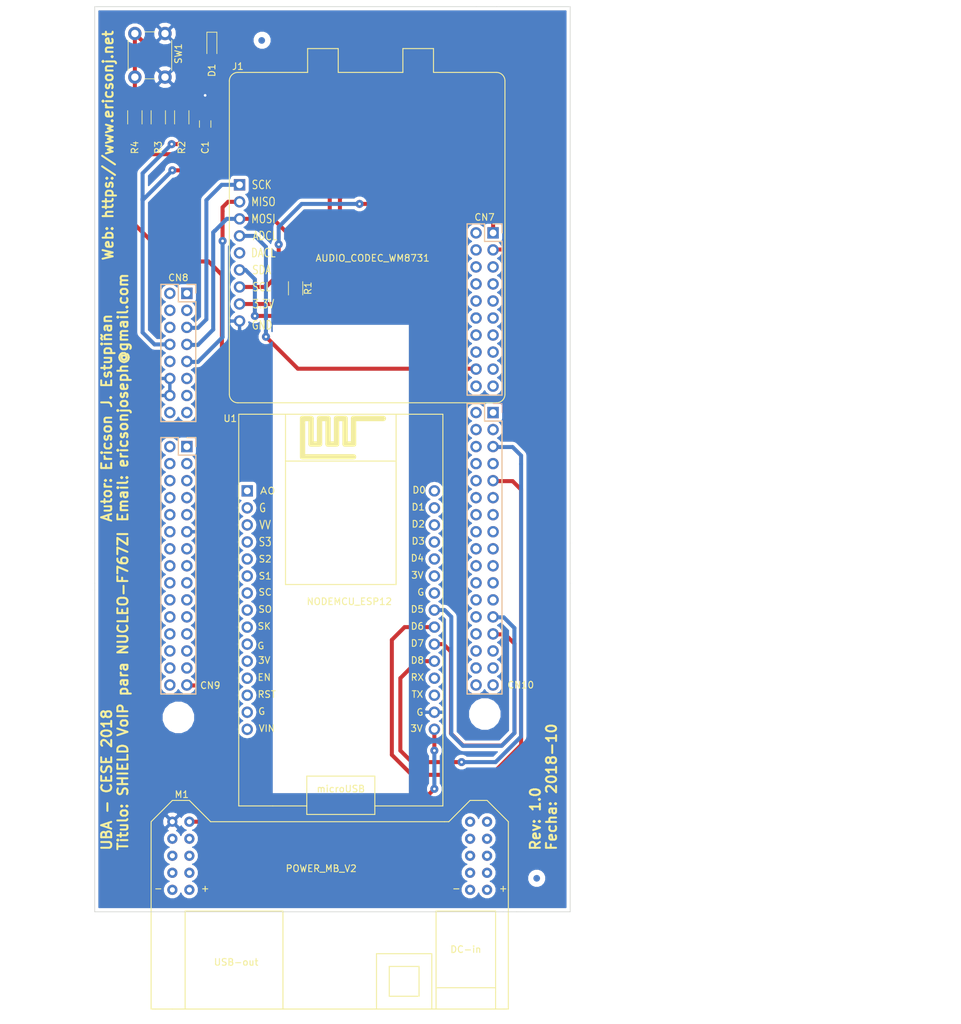
<source format=kicad_pcb>
(kicad_pcb (version 4) (host pcbnew 4.0.7)

  (general
    (links 31)
    (no_connects 0)
    (area 103.449999 22.949999 174.550001 158.050001)
    (thickness 1.6)
    (drawings 51)
    (tracks 156)
    (zones 0)
    (modules 20)
    (nets 133)
  )

  (page A4)
  (title_block
    (title "SHIELD VoIP para NUCLEO F767")
    (date 2018-10-12)
    (rev 2.0)
    (company "Ericson Joseph Estupiñan")
  )

  (layers
    (0 F.Cu signal)
    (31 B.Cu signal)
    (32 B.Adhes user)
    (33 F.Adhes user)
    (34 B.Paste user)
    (35 F.Paste user)
    (36 B.SilkS user)
    (37 F.SilkS user)
    (38 B.Mask user)
    (39 F.Mask user)
    (40 Dwgs.User user)
    (41 Cmts.User user)
    (42 Eco1.User user)
    (43 Eco2.User user)
    (44 Edge.Cuts user)
    (45 Margin user)
    (46 B.CrtYd user)
    (47 F.CrtYd user)
    (48 B.Fab user)
    (49 F.Fab user)
  )

  (setup
    (last_trace_width 0.6)
    (trace_clearance 0.4)
    (zone_clearance 0.5)
    (zone_45_only yes)
    (trace_min 0.2)
    (segment_width 0.2)
    (edge_width 0.1)
    (via_size 1.2)
    (via_drill 0.4)
    (via_min_size 0.4)
    (via_min_drill 0.3)
    (uvia_size 0.3)
    (uvia_drill 0.1)
    (uvias_allowed no)
    (uvia_min_size 0.2)
    (uvia_min_drill 0.1)
    (pcb_text_width 0.3)
    (pcb_text_size 1.5 1.5)
    (mod_edge_width 0.15)
    (mod_text_size 1 1)
    (mod_text_width 0.15)
    (pad_size 1.5 1.5)
    (pad_drill 0.6)
    (pad_to_mask_clearance 0)
    (aux_axis_origin 108.5 153)
    (grid_origin 108.5 153)
    (visible_elements FFFFFFFF)
    (pcbplotparams
      (layerselection 0x00030_80000001)
      (usegerberextensions false)
      (excludeedgelayer true)
      (linewidth 0.100000)
      (plotframeref false)
      (viasonmask false)
      (mode 1)
      (useauxorigin false)
      (hpglpennumber 1)
      (hpglpenspeed 20)
      (hpglpendiameter 15)
      (hpglpenoverlay 2)
      (psnegative false)
      (psa4output false)
      (plotreference true)
      (plotvalue true)
      (plotinvisibletext false)
      (padsonsilk false)
      (subtractmaskfromsilk false)
      (outputformat 1)
      (mirror false)
      (drillshape 1)
      (scaleselection 1)
      (outputdirectory ""))
  )

  (net 0 "")
  (net 1 "Net-(CN7-Pad5)")
  (net 2 "Net-(CN7-Pad6)")
  (net 3 "Net-(CN7-Pad7)")
  (net 4 "Net-(CN7-Pad8)")
  (net 5 "Net-(CN7-Pad9)")
  (net 6 "Net-(CN7-Pad10)")
  (net 7 "Net-(CN7-Pad11)")
  (net 8 "Net-(CN7-Pad12)")
  (net 9 "Net-(CN7-Pad13)")
  (net 10 "Net-(CN7-Pad14)")
  (net 11 "Net-(CN7-Pad15)")
  (net 12 "Net-(CN7-Pad16)")
  (net 13 "Net-(CN7-Pad19)")
  (net 14 "Net-(CN7-Pad20)")
  (net 15 "Net-(CN8-Pad1)")
  (net 16 "Net-(CN8-Pad2)")
  (net 17 "Net-(CN8-Pad3)")
  (net 18 "Net-(CN8-Pad4)")
  (net 19 GND)
  (net 20 "Net-(CN8-Pad15)")
  (net 21 "Net-(CN8-Pad16)")
  (net 22 "Net-(CN9-Pad1)")
  (net 23 "Net-(CN9-Pad2)")
  (net 24 "Net-(CN9-Pad3)")
  (net 25 "Net-(CN9-Pad4)")
  (net 26 "Net-(CN9-Pad5)")
  (net 27 "Net-(CN9-Pad6)")
  (net 28 "Net-(CN9-Pad7)")
  (net 29 "Net-(CN9-Pad8)")
  (net 30 "Net-(CN9-Pad9)")
  (net 31 "Net-(CN9-Pad10)")
  (net 32 "Net-(CN9-Pad13)")
  (net 33 "Net-(CN9-Pad14)")
  (net 34 "Net-(CN9-Pad15)")
  (net 35 "Net-(CN9-Pad16)")
  (net 36 "Net-(CN9-Pad17)")
  (net 37 "Net-(CN9-Pad18)")
  (net 38 "Net-(CN9-Pad19)")
  (net 39 "Net-(CN9-Pad20)")
  (net 40 "Net-(CN9-Pad21)")
  (net 41 "Net-(CN9-Pad22)")
  (net 42 "Net-(CN9-Pad23)")
  (net 43 "Net-(CN9-Pad24)")
  (net 44 "Net-(CN9-Pad25)")
  (net 45 "Net-(CN9-Pad26)")
  (net 46 "Net-(CN9-Pad27)")
  (net 47 "Net-(CN9-Pad28)")
  (net 48 "Net-(CN10-Pad1)")
  (net 49 "Net-(CN10-Pad2)")
  (net 50 "Net-(CN10-Pad3)")
  (net 51 "Net-(CN10-Pad4)")
  (net 52 "Net-(CN10-Pad7)")
  (net 53 "Net-(CN10-Pad8)")
  (net 54 "Net-(CN10-Pad11)")
  (net 55 "Net-(CN10-Pad12)")
  (net 56 "Net-(CN10-Pad13)")
  (net 57 "Net-(CN10-Pad14)")
  (net 58 "Net-(CN10-Pad15)")
  (net 59 "Net-(CN10-Pad16)")
  (net 60 "Net-(CN10-Pad17)")
  (net 61 "Net-(CN10-Pad18)")
  (net 62 "Net-(CN10-Pad19)")
  (net 63 "Net-(CN10-Pad20)")
  (net 64 "Net-(CN10-Pad21)")
  (net 65 "Net-(CN10-Pad22)")
  (net 66 "Net-(CN10-Pad23)")
  (net 67 "Net-(CN10-Pad24)")
  (net 68 "Net-(CN10-Pad29)")
  (net 69 "Net-(CN10-Pad30)")
  (net 70 "Net-(CN10-Pad31)")
  (net 71 "Net-(CN10-Pad32)")
  (net 72 "Net-(CN10-Pad33)")
  (net 73 "Net-(CN10-Pad34)")
  (net 74 /AUDIO_CODEC/SCL)
  (net 75 /AUDIO_CODEC/SDA)
  (net 76 /AUDIO_CODEC/ADCL)
  (net 77 /AUDIO_CODEC/SCK)
  (net 78 /AUDIO_CODEC/MOSI)
  (net 79 +3V3)
  (net 80 /AUDIO_CODEC/MISO)
  (net 81 /AUDIO_CODEC/DACL)
  (net 82 "Net-(U1-Pad1)")
  (net 83 "Net-(U1-Pad2)")
  (net 84 "Net-(U1-Pad3)")
  (net 85 "Net-(U1-Pad4)")
  (net 86 "Net-(U1-Pad5)")
  (net 87 "Net-(U1-Pad6)")
  (net 88 "Net-(U1-Pad7)")
  (net 89 "Net-(U1-Pad8)")
  (net 90 "Net-(U1-Pad9)")
  (net 91 "Net-(U1-Pad10)")
  (net 92 "Net-(U1-Pad11)")
  (net 93 "Net-(U1-Pad12)")
  (net 94 "Net-(U1-Pad13)")
  (net 95 "Net-(U1-Pad14)")
  (net 96 "Net-(U1-Pad15)")
  (net 97 "Net-(U1-Pad18)")
  (net 98 "Net-(U1-Pad19)")
  (net 99 "Net-(U1-Pad24)")
  (net 100 "Net-(U1-Pad25)")
  (net 101 "Net-(U1-Pad26)")
  (net 102 "Net-(U1-Pad27)")
  (net 103 "Net-(U1-Pad28)")
  (net 104 "Net-(U1-Pad29)")
  (net 105 "Net-(U1-Pad30)")
  (net 106 "Net-(M1-Pad9)")
  (net 107 "Net-(M1-Pad10)")
  (net 108 "Net-(M1-Pad19)")
  (net 109 "Net-(M1-Pad12)")
  (net 110 "Net-(M1-Pad20)")
  (net 111 /NODEMCU_ESP12/HCS)
  (net 112 /NODEMCU_ESP12/HMISO)
  (net 113 /NODEMCU_ESP12/HSCLK)
  (net 114 /NODEMCU_ESP12/HMOSI)
  (net 115 "Net-(M1-Pad11)")
  (net 116 /TalkButton/talk)
  (net 117 "Net-(D1-Pad1)")
  (net 118 "Net-(D1-Pad2)")
  (net 119 +3.3VA)
  (net 120 "Net-(CN7-Pad2)")
  (net 121 "Net-(CN7-Pad4)")
  (net 122 "Net-(CN7-Pad17)")
  (net 123 "Net-(CN8-Pad6)")
  (net 124 "Net-(CN8-Pad10)")
  (net 125 "Net-(CN8-Pad11)")
  (net 126 "Net-(CN8-Pad13)")
  (net 127 "Net-(CN9-Pad12)")
  (net 128 "Net-(CN9-Pad30)")
  (net 129 "Net-(CN10-Pad6)")
  (net 130 "Net-(CN10-Pad10)")
  (net 131 "Net-(CN10-Pad26)")
  (net 132 "Net-(CN10-Pad28)")

  (net_class Default "This is the default net class."
    (clearance 0.4)
    (trace_width 0.6)
    (via_dia 1.2)
    (via_drill 0.4)
    (uvia_dia 0.3)
    (uvia_drill 0.1)
    (add_net +3.3VA)
    (add_net +3V3)
    (add_net /AUDIO_CODEC/ADCL)
    (add_net /AUDIO_CODEC/DACL)
    (add_net /AUDIO_CODEC/MISO)
    (add_net /AUDIO_CODEC/MOSI)
    (add_net /AUDIO_CODEC/SCK)
    (add_net /AUDIO_CODEC/SCL)
    (add_net /AUDIO_CODEC/SDA)
    (add_net /NODEMCU_ESP12/HCS)
    (add_net /NODEMCU_ESP12/HMISO)
    (add_net /NODEMCU_ESP12/HMOSI)
    (add_net /NODEMCU_ESP12/HSCLK)
    (add_net /TalkButton/talk)
    (add_net GND)
    (add_net "Net-(CN10-Pad1)")
    (add_net "Net-(CN10-Pad10)")
    (add_net "Net-(CN10-Pad11)")
    (add_net "Net-(CN10-Pad12)")
    (add_net "Net-(CN10-Pad13)")
    (add_net "Net-(CN10-Pad14)")
    (add_net "Net-(CN10-Pad15)")
    (add_net "Net-(CN10-Pad16)")
    (add_net "Net-(CN10-Pad17)")
    (add_net "Net-(CN10-Pad18)")
    (add_net "Net-(CN10-Pad19)")
    (add_net "Net-(CN10-Pad2)")
    (add_net "Net-(CN10-Pad20)")
    (add_net "Net-(CN10-Pad21)")
    (add_net "Net-(CN10-Pad22)")
    (add_net "Net-(CN10-Pad23)")
    (add_net "Net-(CN10-Pad24)")
    (add_net "Net-(CN10-Pad26)")
    (add_net "Net-(CN10-Pad28)")
    (add_net "Net-(CN10-Pad29)")
    (add_net "Net-(CN10-Pad3)")
    (add_net "Net-(CN10-Pad30)")
    (add_net "Net-(CN10-Pad31)")
    (add_net "Net-(CN10-Pad32)")
    (add_net "Net-(CN10-Pad33)")
    (add_net "Net-(CN10-Pad34)")
    (add_net "Net-(CN10-Pad4)")
    (add_net "Net-(CN10-Pad6)")
    (add_net "Net-(CN10-Pad7)")
    (add_net "Net-(CN10-Pad8)")
    (add_net "Net-(CN7-Pad10)")
    (add_net "Net-(CN7-Pad11)")
    (add_net "Net-(CN7-Pad12)")
    (add_net "Net-(CN7-Pad13)")
    (add_net "Net-(CN7-Pad14)")
    (add_net "Net-(CN7-Pad15)")
    (add_net "Net-(CN7-Pad16)")
    (add_net "Net-(CN7-Pad17)")
    (add_net "Net-(CN7-Pad19)")
    (add_net "Net-(CN7-Pad2)")
    (add_net "Net-(CN7-Pad20)")
    (add_net "Net-(CN7-Pad4)")
    (add_net "Net-(CN7-Pad5)")
    (add_net "Net-(CN7-Pad6)")
    (add_net "Net-(CN7-Pad7)")
    (add_net "Net-(CN7-Pad8)")
    (add_net "Net-(CN7-Pad9)")
    (add_net "Net-(CN8-Pad1)")
    (add_net "Net-(CN8-Pad10)")
    (add_net "Net-(CN8-Pad11)")
    (add_net "Net-(CN8-Pad13)")
    (add_net "Net-(CN8-Pad15)")
    (add_net "Net-(CN8-Pad16)")
    (add_net "Net-(CN8-Pad2)")
    (add_net "Net-(CN8-Pad3)")
    (add_net "Net-(CN8-Pad4)")
    (add_net "Net-(CN8-Pad6)")
    (add_net "Net-(CN9-Pad1)")
    (add_net "Net-(CN9-Pad10)")
    (add_net "Net-(CN9-Pad12)")
    (add_net "Net-(CN9-Pad13)")
    (add_net "Net-(CN9-Pad14)")
    (add_net "Net-(CN9-Pad15)")
    (add_net "Net-(CN9-Pad16)")
    (add_net "Net-(CN9-Pad17)")
    (add_net "Net-(CN9-Pad18)")
    (add_net "Net-(CN9-Pad19)")
    (add_net "Net-(CN9-Pad2)")
    (add_net "Net-(CN9-Pad20)")
    (add_net "Net-(CN9-Pad21)")
    (add_net "Net-(CN9-Pad22)")
    (add_net "Net-(CN9-Pad23)")
    (add_net "Net-(CN9-Pad24)")
    (add_net "Net-(CN9-Pad25)")
    (add_net "Net-(CN9-Pad26)")
    (add_net "Net-(CN9-Pad27)")
    (add_net "Net-(CN9-Pad28)")
    (add_net "Net-(CN9-Pad3)")
    (add_net "Net-(CN9-Pad30)")
    (add_net "Net-(CN9-Pad4)")
    (add_net "Net-(CN9-Pad5)")
    (add_net "Net-(CN9-Pad6)")
    (add_net "Net-(CN9-Pad7)")
    (add_net "Net-(CN9-Pad8)")
    (add_net "Net-(CN9-Pad9)")
    (add_net "Net-(D1-Pad1)")
    (add_net "Net-(D1-Pad2)")
    (add_net "Net-(M1-Pad10)")
    (add_net "Net-(M1-Pad11)")
    (add_net "Net-(M1-Pad12)")
    (add_net "Net-(M1-Pad19)")
    (add_net "Net-(M1-Pad20)")
    (add_net "Net-(M1-Pad9)")
    (add_net "Net-(U1-Pad1)")
    (add_net "Net-(U1-Pad10)")
    (add_net "Net-(U1-Pad11)")
    (add_net "Net-(U1-Pad12)")
    (add_net "Net-(U1-Pad13)")
    (add_net "Net-(U1-Pad14)")
    (add_net "Net-(U1-Pad15)")
    (add_net "Net-(U1-Pad18)")
    (add_net "Net-(U1-Pad19)")
    (add_net "Net-(U1-Pad2)")
    (add_net "Net-(U1-Pad24)")
    (add_net "Net-(U1-Pad25)")
    (add_net "Net-(U1-Pad26)")
    (add_net "Net-(U1-Pad27)")
    (add_net "Net-(U1-Pad28)")
    (add_net "Net-(U1-Pad29)")
    (add_net "Net-(U1-Pad3)")
    (add_net "Net-(U1-Pad30)")
    (add_net "Net-(U1-Pad4)")
    (add_net "Net-(U1-Pad5)")
    (add_net "Net-(U1-Pad6)")
    (add_net "Net-(U1-Pad7)")
    (add_net "Net-(U1-Pad8)")
    (add_net "Net-(U1-Pad9)")
  )

  (module AUDIO_CODEC_WM8731:Audio_Codec_WM8731 (layer F.Cu) (tedit 5BCB8146) (tstamp 5BA65AEE)
    (at 144.945 60.74)
    (tags "audio codec wm8731")
    (path /5BA58F55/5BA58F64)
    (fp_text reference J1 (at -20.066 -28.829) (layer F.SilkS)
      (effects (font (size 1 1) (thickness 0.15)))
    )
    (fp_text value Conn_01x09 (at -1.016 3.556) (layer F.Fab)
      (effects (font (size 1 1) (thickness 0.15)))
    )
    (fp_line (start -21.336 9.144) (end -21.336 -26.67) (layer F.SilkS) (width 0.15))
    (fp_line (start -9.652 -27.94) (end -20.066 -27.94) (layer F.SilkS) (width 0.15))
    (fp_line (start -21.336 20.066) (end -21.336 9.144) (layer F.SilkS) (width 0.15))
    (fp_line (start -20.066 21.336) (end 18.542 21.336) (layer F.SilkS) (width 0.15))
    (fp_line (start 19.812 -26.67) (end 19.812 20.066) (layer F.SilkS) (width 0.15))
    (fp_arc (start -20.066 -26.67) (end -21.336 -26.67) (angle 90) (layer F.SilkS) (width 0.15))
    (fp_arc (start -20.066 20.066) (end -20.066 21.336) (angle 90) (layer F.SilkS) (width 0.15))
    (fp_arc (start 18.542 20.066) (end 19.812 20.066) (angle 90) (layer F.SilkS) (width 0.15))
    (fp_line (start 9.144 -27.94) (end 18.542 -27.94) (layer F.SilkS) (width 0.15))
    (fp_arc (start 18.542 -26.67) (end 18.542 -27.94) (angle 90) (layer F.SilkS) (width 0.15))
    (fp_text user GND (at -16.445 9.76) (layer F.SilkS)
      (effects (font (size 1.27 1) (thickness 0.15)))
    )
    (fp_text user 3.3V (at -16.256 6.604) (layer F.SilkS)
      (effects (font (size 1.27 1) (thickness 0.15)))
    )
    (fp_text user SCL (at -16.51 4.064) (layer F.SilkS)
      (effects (font (size 1.27 1) (thickness 0.15)))
    )
    (fp_text user SDA (at -16.51 1.524) (layer F.SilkS)
      (effects (font (size 1.27 1) (thickness 0.15)))
    )
    (fp_text user DACL (at -16.256 -1.016) (layer F.SilkS)
      (effects (font (size 1.27 1) (thickness 0.15)))
    )
    (fp_text user ADCL (at -16.002 -3.556) (layer F.SilkS)
      (effects (font (size 1.27 1) (thickness 0.15)))
    )
    (fp_text user MOSI (at -16.256 -6.096) (layer F.SilkS)
      (effects (font (size 1.27 1) (thickness 0.15)))
    )
    (fp_text user MISO (at -16.256 -8.636) (layer F.SilkS)
      (effects (font (size 1.27 1) (thickness 0.15)))
    )
    (fp_text user SCK (at -16.51 -11.176) (layer F.SilkS)
      (effects (font (size 1.27 1) (thickness 0.15)))
    )
    (fp_line (start -5.08 -27.94) (end 4.572 -27.94) (layer F.SilkS) (width 0.15))
    (fp_line (start 9.144 -31.496) (end 9.144 -27.94) (layer F.SilkS) (width 0.15))
    (fp_line (start 4.572 -31.496) (end 4.572 -27.94) (layer F.SilkS) (width 0.15))
    (fp_line (start -5.08 -31.496) (end -5.08 -27.94) (layer F.SilkS) (width 0.15))
    (fp_line (start -9.652 -27.94) (end -9.652 -31.496) (layer F.SilkS) (width 0.15))
    (fp_line (start -9.652 -31.496) (end -5.08 -31.496) (layer F.SilkS) (width 0.15))
    (fp_line (start 4.572 -31.496) (end 9.144 -31.496) (layer F.SilkS) (width 0.15))
    (fp_text user AUDIO_CODEC_WM8731 (at 0.055 -0.24) (layer F.SilkS)
      (effects (font (size 1 1) (thickness 0.15)))
    )
    (pad 1 thru_hole rect (at -19.812 -11.176) (size 1.7 1.7) (drill 1) (layers *.Cu *.Mask)
      (net 77 /AUDIO_CODEC/SCK))
    (pad 2 thru_hole oval (at -19.812 -8.636) (size 1.7 1.7) (drill 1) (layers *.Cu *.Mask)
      (net 80 /AUDIO_CODEC/MISO))
    (pad 3 thru_hole oval (at -19.812 -6.096) (size 1.7 1.7) (drill 1) (layers *.Cu *.Mask)
      (net 78 /AUDIO_CODEC/MOSI))
    (pad 4 thru_hole oval (at -19.812 -3.556) (size 1.7 1.7) (drill 1) (layers *.Cu *.Mask)
      (net 76 /AUDIO_CODEC/ADCL))
    (pad 5 thru_hole oval (at -19.812 -1.016) (size 1.7 1.7) (drill 1) (layers *.Cu *.Mask)
      (net 81 /AUDIO_CODEC/DACL))
    (pad 6 thru_hole oval (at -19.812 1.524) (size 1.7 1.7) (drill 1) (layers *.Cu *.Mask)
      (net 75 /AUDIO_CODEC/SDA))
    (pad 7 thru_hole oval (at -19.812 4.064) (size 1.7 1.7) (drill 1) (layers *.Cu *.Mask)
      (net 74 /AUDIO_CODEC/SCL))
    (pad 8 thru_hole oval (at -19.812 6.604) (size 1.7 1.7) (drill 1) (layers *.Cu *.Mask)
      (net 119 +3.3VA))
    (pad 9 thru_hole oval (at -19.812 9.144) (size 1.7 1.7) (drill 1) (layers *.Cu *.Mask)
      (net 19 GND))
    (model ${KISYS3DMOD}/Socket_Strips.3dshapes/Socket_Strip_Straight_1x09_Pitch2.54mm.wrl
      (at (xyz -0.78 0.04 0))
      (scale (xyz 1 1 1))
      (rotate (xyz 0 0 90))
    )
  )

  (module Mounting_Holes:MountingHole_3.7mm (layer F.Cu) (tedit 5BC13650) (tstamp 5BB8566C)
    (at 161.75 128.5)
    (descr "Mounting Hole 3.7mm, no annular")
    (tags "mounting hole 3.7mm no annular")
    (path /5BB85397)
    (fp_text reference MK1 (at -0.75 5) (layer Eco2.User)
      (effects (font (size 1 1) (thickness 0.15)))
    )
    (fp_text value Mounting_Hole (at 0 4.7) (layer F.Fab)
      (effects (font (size 1 1) (thickness 0.15)))
    )
    (fp_circle (center 0 0) (end 3.7 0) (layer Cmts.User) (width 0.15))
    (fp_circle (center 0 0) (end 3.95 0) (layer F.CrtYd) (width 0.05))
    (pad 1 np_thru_hole circle (at 0 0) (size 3.7 3.7) (drill 3.7) (layers *.Cu *.Mask))
  )

  (module Mounting_Holes:MountingHole_3.7mm (layer F.Cu) (tedit 5BC13641) (tstamp 5BB85671)
    (at 116 129)
    (descr "Mounting Hole 3.7mm, no annular")
    (tags "mounting hole 3.7mm no annular")
    (path /5BB8559D)
    (fp_text reference MK2 (at 0 5) (layer Eco2.User)
      (effects (font (size 1 1) (thickness 0.15)))
    )
    (fp_text value Mounting_Hole (at 0 4.7) (layer F.Fab)
      (effects (font (size 1 1) (thickness 0.15)))
    )
    (fp_circle (center 0 0) (end 3.7 0) (layer Cmts.User) (width 0.15))
    (fp_circle (center 0 0) (end 3.95 0) (layer F.CrtYd) (width 0.05))
    (pad 1 np_thru_hole circle (at 0 0) (size 3.7 3.7) (drill 3.7) (layers *.Cu *.Mask))
  )

  (module Capacitors_SMD:C_0805_HandSoldering (layer F.Cu) (tedit 5BBD87FD) (tstamp 5BBD824E)
    (at 120 40.5 90)
    (descr "Capacitor SMD 0805, hand soldering")
    (tags "capacitor 0805")
    (path /5BBD73D1/5BBD742B)
    (attr smd)
    (fp_text reference C1 (at -3.5 0 90) (layer F.SilkS)
      (effects (font (size 1 1) (thickness 0.15)))
    )
    (fp_text value 0.1uF (at 0 1.75 90) (layer F.Fab)
      (effects (font (size 1 1) (thickness 0.15)))
    )
    (fp_text user %R (at 0 0 90) (layer F.Fab)
      (effects (font (size 1 1) (thickness 0.15)))
    )
    (fp_line (start -1 0.62) (end -1 -0.62) (layer F.Fab) (width 0.1))
    (fp_line (start 1 0.62) (end -1 0.62) (layer F.Fab) (width 0.1))
    (fp_line (start 1 -0.62) (end 1 0.62) (layer F.Fab) (width 0.1))
    (fp_line (start -1 -0.62) (end 1 -0.62) (layer F.Fab) (width 0.1))
    (fp_line (start 0.5 -0.85) (end -0.5 -0.85) (layer F.SilkS) (width 0.12))
    (fp_line (start -0.5 0.85) (end 0.5 0.85) (layer F.SilkS) (width 0.12))
    (fp_line (start -2.25 -0.88) (end 2.25 -0.88) (layer F.CrtYd) (width 0.05))
    (fp_line (start -2.25 -0.88) (end -2.25 0.87) (layer F.CrtYd) (width 0.05))
    (fp_line (start 2.25 0.87) (end 2.25 -0.88) (layer F.CrtYd) (width 0.05))
    (fp_line (start 2.25 0.87) (end -2.25 0.87) (layer F.CrtYd) (width 0.05))
    (pad 1 smd rect (at -1.25 0 90) (size 1.5 1.25) (layers F.Cu F.Paste F.Mask)
      (net 116 /TalkButton/talk))
    (pad 2 smd rect (at 1.25 0 90) (size 1.5 1.25) (layers F.Cu F.Paste F.Mask)
      (net 19 GND))
    (model Capacitors_SMD.3dshapes/C_0805.wrl
      (at (xyz 0 0 0))
      (scale (xyz 1 1 1))
      (rotate (xyz 0 0 0))
    )
  )

  (module LEDs:LED_0805_HandSoldering (layer F.Cu) (tedit 5BBD8805) (tstamp 5BBD8254)
    (at 121 29 270)
    (descr "Resistor SMD 0805, hand soldering")
    (tags "resistor 0805")
    (path /5BBD73D1/5BBD7EBE)
    (attr smd)
    (fp_text reference D1 (at 3.5 0 270) (layer F.SilkS)
      (effects (font (size 1 1) (thickness 0.15)))
    )
    (fp_text value LED (at 0 1.75 270) (layer F.Fab)
      (effects (font (size 1 1) (thickness 0.15)))
    )
    (fp_line (start -0.4 -0.4) (end -0.4 0.4) (layer F.Fab) (width 0.1))
    (fp_line (start -0.4 0) (end 0.2 -0.4) (layer F.Fab) (width 0.1))
    (fp_line (start 0.2 0.4) (end -0.4 0) (layer F.Fab) (width 0.1))
    (fp_line (start 0.2 -0.4) (end 0.2 0.4) (layer F.Fab) (width 0.1))
    (fp_line (start -1 0.62) (end -1 -0.62) (layer F.Fab) (width 0.1))
    (fp_line (start 1 0.62) (end -1 0.62) (layer F.Fab) (width 0.1))
    (fp_line (start 1 -0.62) (end 1 0.62) (layer F.Fab) (width 0.1))
    (fp_line (start -1 -0.62) (end 1 -0.62) (layer F.Fab) (width 0.1))
    (fp_line (start 1 0.75) (end -2.2 0.75) (layer F.SilkS) (width 0.12))
    (fp_line (start -2.2 -0.75) (end 1 -0.75) (layer F.SilkS) (width 0.12))
    (fp_line (start -2.35 -0.9) (end 2.35 -0.9) (layer F.CrtYd) (width 0.05))
    (fp_line (start -2.35 -0.9) (end -2.35 0.9) (layer F.CrtYd) (width 0.05))
    (fp_line (start 2.35 0.9) (end 2.35 -0.9) (layer F.CrtYd) (width 0.05))
    (fp_line (start 2.35 0.9) (end -2.35 0.9) (layer F.CrtYd) (width 0.05))
    (fp_line (start -2.2 -0.75) (end -2.2 0.75) (layer F.SilkS) (width 0.12))
    (pad 1 smd rect (at -1.35 0 270) (size 1.5 1.3) (layers F.Cu F.Paste F.Mask)
      (net 117 "Net-(D1-Pad1)"))
    (pad 2 smd rect (at 1.35 0 270) (size 1.5 1.3) (layers F.Cu F.Paste F.Mask)
      (net 118 "Net-(D1-Pad2)"))
    (model ${KISYS3DMOD}/LEDs.3dshapes/LED_0805.wrl
      (at (xyz 0 0 0))
      (scale (xyz 1 1 1))
      (rotate (xyz 0 0 0))
    )
  )

  (module Resistors_SMD:R_1206_HandSoldering (layer F.Cu) (tedit 5BBD87CF) (tstamp 5BBD825A)
    (at 116.5 39.5 270)
    (descr "Resistor SMD 1206, hand soldering")
    (tags "resistor 1206")
    (path /5BBD73D1/5BBD7E14)
    (attr smd)
    (fp_text reference R2 (at 4.5 0 270) (layer F.SilkS)
      (effects (font (size 1 1) (thickness 0.15)))
    )
    (fp_text value 330 (at 0 1.9 270) (layer F.Fab)
      (effects (font (size 1 1) (thickness 0.15)))
    )
    (fp_text user %R (at 0 0 270) (layer F.Fab)
      (effects (font (size 0.7 0.7) (thickness 0.105)))
    )
    (fp_line (start -1.6 0.8) (end -1.6 -0.8) (layer F.Fab) (width 0.1))
    (fp_line (start 1.6 0.8) (end -1.6 0.8) (layer F.Fab) (width 0.1))
    (fp_line (start 1.6 -0.8) (end 1.6 0.8) (layer F.Fab) (width 0.1))
    (fp_line (start -1.6 -0.8) (end 1.6 -0.8) (layer F.Fab) (width 0.1))
    (fp_line (start 1 1.07) (end -1 1.07) (layer F.SilkS) (width 0.12))
    (fp_line (start -1 -1.07) (end 1 -1.07) (layer F.SilkS) (width 0.12))
    (fp_line (start -3.25 -1.11) (end 3.25 -1.11) (layer F.CrtYd) (width 0.05))
    (fp_line (start -3.25 -1.11) (end -3.25 1.1) (layer F.CrtYd) (width 0.05))
    (fp_line (start 3.25 1.1) (end 3.25 -1.11) (layer F.CrtYd) (width 0.05))
    (fp_line (start 3.25 1.1) (end -3.25 1.1) (layer F.CrtYd) (width 0.05))
    (pad 1 smd rect (at -2 0 270) (size 2 1.7) (layers F.Cu F.Paste F.Mask)
      (net 118 "Net-(D1-Pad2)"))
    (pad 2 smd rect (at 2 0 270) (size 2 1.7) (layers F.Cu F.Paste F.Mask)
      (net 119 +3.3VA))
    (model ${KISYS3DMOD}/Resistors_SMD.3dshapes/R_1206.wrl
      (at (xyz 0 0 0))
      (scale (xyz 1 1 1))
      (rotate (xyz 0 0 0))
    )
  )

  (module Resistors_SMD:R_1206_HandSoldering (layer F.Cu) (tedit 5BBD87C9) (tstamp 5BBD8260)
    (at 113 39.5 270)
    (descr "Resistor SMD 1206, hand soldering")
    (tags "resistor 1206")
    (path /5BBD73D1/5BBD7BA5)
    (attr smd)
    (fp_text reference R3 (at 4.5 0 270) (layer F.SilkS)
      (effects (font (size 1 1) (thickness 0.15)))
    )
    (fp_text value 100K (at 0 1.9 270) (layer F.Fab)
      (effects (font (size 1 1) (thickness 0.15)))
    )
    (fp_text user %R (at 0 0 270) (layer F.Fab)
      (effects (font (size 0.7 0.7) (thickness 0.105)))
    )
    (fp_line (start -1.6 0.8) (end -1.6 -0.8) (layer F.Fab) (width 0.1))
    (fp_line (start 1.6 0.8) (end -1.6 0.8) (layer F.Fab) (width 0.1))
    (fp_line (start 1.6 -0.8) (end 1.6 0.8) (layer F.Fab) (width 0.1))
    (fp_line (start -1.6 -0.8) (end 1.6 -0.8) (layer F.Fab) (width 0.1))
    (fp_line (start 1 1.07) (end -1 1.07) (layer F.SilkS) (width 0.12))
    (fp_line (start -1 -1.07) (end 1 -1.07) (layer F.SilkS) (width 0.12))
    (fp_line (start -3.25 -1.11) (end 3.25 -1.11) (layer F.CrtYd) (width 0.05))
    (fp_line (start -3.25 -1.11) (end -3.25 1.1) (layer F.CrtYd) (width 0.05))
    (fp_line (start 3.25 1.1) (end 3.25 -1.11) (layer F.CrtYd) (width 0.05))
    (fp_line (start 3.25 1.1) (end -3.25 1.1) (layer F.CrtYd) (width 0.05))
    (pad 1 smd rect (at -2 0 270) (size 2 1.7) (layers F.Cu F.Paste F.Mask)
      (net 117 "Net-(D1-Pad1)"))
    (pad 2 smd rect (at 2 0 270) (size 2 1.7) (layers F.Cu F.Paste F.Mask)
      (net 119 +3.3VA))
    (model ${KISYS3DMOD}/Resistors_SMD.3dshapes/R_1206.wrl
      (at (xyz 0 0 0))
      (scale (xyz 1 1 1))
      (rotate (xyz 0 0 0))
    )
  )

  (module Resistors_SMD:R_1206_HandSoldering (layer F.Cu) (tedit 5BBD87CC) (tstamp 5BBD8266)
    (at 109.5 39.5 90)
    (descr "Resistor SMD 1206, hand soldering")
    (tags "resistor 1206")
    (path /5BBD73D1/5BBD7B14)
    (attr smd)
    (fp_text reference R4 (at -4.5 0 90) (layer F.SilkS)
      (effects (font (size 1 1) (thickness 0.15)))
    )
    (fp_text value 10K (at 0 1.9 90) (layer F.Fab)
      (effects (font (size 1 1) (thickness 0.15)))
    )
    (fp_text user %R (at 0 0 90) (layer F.Fab)
      (effects (font (size 0.7 0.7) (thickness 0.105)))
    )
    (fp_line (start -1.6 0.8) (end -1.6 -0.8) (layer F.Fab) (width 0.1))
    (fp_line (start 1.6 0.8) (end -1.6 0.8) (layer F.Fab) (width 0.1))
    (fp_line (start 1.6 -0.8) (end 1.6 0.8) (layer F.Fab) (width 0.1))
    (fp_line (start -1.6 -0.8) (end 1.6 -0.8) (layer F.Fab) (width 0.1))
    (fp_line (start 1 1.07) (end -1 1.07) (layer F.SilkS) (width 0.12))
    (fp_line (start -1 -1.07) (end 1 -1.07) (layer F.SilkS) (width 0.12))
    (fp_line (start -3.25 -1.11) (end 3.25 -1.11) (layer F.CrtYd) (width 0.05))
    (fp_line (start -3.25 -1.11) (end -3.25 1.1) (layer F.CrtYd) (width 0.05))
    (fp_line (start 3.25 1.1) (end 3.25 -1.11) (layer F.CrtYd) (width 0.05))
    (fp_line (start 3.25 1.1) (end -3.25 1.1) (layer F.CrtYd) (width 0.05))
    (pad 1 smd rect (at -2 0 90) (size 2 1.7) (layers F.Cu F.Paste F.Mask)
      (net 116 /TalkButton/talk))
    (pad 2 smd rect (at 2 0 90) (size 2 1.7) (layers F.Cu F.Paste F.Mask)
      (net 117 "Net-(D1-Pad1)"))
    (model ${KISYS3DMOD}/Resistors_SMD.3dshapes/R_1206.wrl
      (at (xyz 0 0 0))
      (scale (xyz 1 1 1))
      (rotate (xyz 0 0 0))
    )
  )

  (module Buttons_Switches_THT:SW_PUSH_6mm_h8mm (layer F.Cu) (tedit 5BBD89D2) (tstamp 5BBD826E)
    (at 109.5 33.5 90)
    (descr "tactile push button, 6x6mm e.g. PHAP33xx series, height=8mm")
    (tags "tact sw push 6mm")
    (path /5BBD73D1/5BBDB115)
    (fp_text reference SW1 (at 3.5 6.5 270) (layer F.SilkS)
      (effects (font (size 1 1) (thickness 0.15)))
    )
    (fp_text value SW_Push (at 3.75 6.7 90) (layer F.Fab)
      (effects (font (size 1 1) (thickness 0.15)))
    )
    (fp_text user %R (at 3.25 2.25 90) (layer F.Fab)
      (effects (font (size 1 1) (thickness 0.15)))
    )
    (fp_line (start 3.25 -0.75) (end 6.25 -0.75) (layer F.Fab) (width 0.1))
    (fp_line (start 6.25 -0.75) (end 6.25 5.25) (layer F.Fab) (width 0.1))
    (fp_line (start 6.25 5.25) (end 0.25 5.25) (layer F.Fab) (width 0.1))
    (fp_line (start 0.25 5.25) (end 0.25 -0.75) (layer F.Fab) (width 0.1))
    (fp_line (start 0.25 -0.75) (end 3.25 -0.75) (layer F.Fab) (width 0.1))
    (fp_line (start 7.75 6) (end 8 6) (layer F.CrtYd) (width 0.05))
    (fp_line (start 8 6) (end 8 5.75) (layer F.CrtYd) (width 0.05))
    (fp_line (start 7.75 -1.5) (end 8 -1.5) (layer F.CrtYd) (width 0.05))
    (fp_line (start 8 -1.5) (end 8 -1.25) (layer F.CrtYd) (width 0.05))
    (fp_line (start -1.5 -1.25) (end -1.5 -1.5) (layer F.CrtYd) (width 0.05))
    (fp_line (start -1.5 -1.5) (end -1.25 -1.5) (layer F.CrtYd) (width 0.05))
    (fp_line (start -1.5 5.75) (end -1.5 6) (layer F.CrtYd) (width 0.05))
    (fp_line (start -1.5 6) (end -1.25 6) (layer F.CrtYd) (width 0.05))
    (fp_line (start -1.25 -1.5) (end 7.75 -1.5) (layer F.CrtYd) (width 0.05))
    (fp_line (start -1.5 5.75) (end -1.5 -1.25) (layer F.CrtYd) (width 0.05))
    (fp_line (start 7.75 6) (end -1.25 6) (layer F.CrtYd) (width 0.05))
    (fp_line (start 8 -1.25) (end 8 5.75) (layer F.CrtYd) (width 0.05))
    (fp_line (start 1 5.5) (end 5.5 5.5) (layer F.SilkS) (width 0.12))
    (fp_line (start -0.25 1.5) (end -0.25 3) (layer F.SilkS) (width 0.12))
    (fp_line (start 5.5 -1) (end 1 -1) (layer F.SilkS) (width 0.12))
    (fp_line (start 6.75 3) (end 6.75 1.5) (layer F.SilkS) (width 0.12))
    (fp_circle (center 3.25 2.25) (end 1.25 2.5) (layer F.Fab) (width 0.1))
    (pad 2 thru_hole circle (at 0 4.5 180) (size 2 2) (drill 1.1) (layers *.Cu *.Mask)
      (net 19 GND))
    (pad 1 thru_hole circle (at 0 0 180) (size 2 2) (drill 1.1) (layers *.Cu *.Mask)
      (net 117 "Net-(D1-Pad1)"))
    (pad 2 thru_hole circle (at 6.5 4.5 180) (size 2 2) (drill 1.1) (layers *.Cu *.Mask)
      (net 19 GND))
    (pad 1 thru_hole circle (at 6.5 0 180) (size 2 2) (drill 1.1) (layers *.Cu *.Mask)
      (net 117 "Net-(D1-Pad1)"))
    (model ${KISYS3DMOD}/Buttons_Switches_THT.3dshapes/SW_PUSH_6mm_h8mm.wrl
      (at (xyz 0.005 0 0))
      (scale (xyz 0.3937 0.3937 0.3937))
      (rotate (xyz 0 0 0))
    )
  )

  (module Resistors_SMD:R_1206_HandSoldering (layer F.Cu) (tedit 58E0A804) (tstamp 5BC13571)
    (at 133.5 65 270)
    (descr "Resistor SMD 1206, hand soldering")
    (tags "resistor 1206")
    (path /5BA58F55/5BA9EB39)
    (attr smd)
    (fp_text reference R1 (at 0 -1.85 270) (layer F.SilkS)
      (effects (font (size 1 1) (thickness 0.15)))
    )
    (fp_text value 3.3K (at 0 1.9 270) (layer F.Fab)
      (effects (font (size 1 1) (thickness 0.15)))
    )
    (fp_text user %R (at 0 0 270) (layer F.Fab)
      (effects (font (size 0.7 0.7) (thickness 0.105)))
    )
    (fp_line (start -1.6 0.8) (end -1.6 -0.8) (layer F.Fab) (width 0.1))
    (fp_line (start 1.6 0.8) (end -1.6 0.8) (layer F.Fab) (width 0.1))
    (fp_line (start 1.6 -0.8) (end 1.6 0.8) (layer F.Fab) (width 0.1))
    (fp_line (start -1.6 -0.8) (end 1.6 -0.8) (layer F.Fab) (width 0.1))
    (fp_line (start 1 1.07) (end -1 1.07) (layer F.SilkS) (width 0.12))
    (fp_line (start -1 -1.07) (end 1 -1.07) (layer F.SilkS) (width 0.12))
    (fp_line (start -3.25 -1.11) (end 3.25 -1.11) (layer F.CrtYd) (width 0.05))
    (fp_line (start -3.25 -1.11) (end -3.25 1.1) (layer F.CrtYd) (width 0.05))
    (fp_line (start 3.25 1.1) (end 3.25 -1.11) (layer F.CrtYd) (width 0.05))
    (fp_line (start 3.25 1.1) (end -3.25 1.1) (layer F.CrtYd) (width 0.05))
    (pad 1 smd rect (at -2 0 270) (size 2 1.7) (layers F.Cu F.Paste F.Mask)
      (net 78 /AUDIO_CODEC/MOSI))
    (pad 2 smd rect (at 2 0 270) (size 2 1.7) (layers F.Cu F.Paste F.Mask)
      (net 119 +3.3VA))
    (model ${KISYS3DMOD}/Resistors_SMD.3dshapes/R_1206.wrl
      (at (xyz 0 0 0))
      (scale (xyz 1 1 1))
      (rotate (xyz 0 0 0))
    )
  )

  (module Fiducials:Fiducial_1mm_Dia_2.54mm_Outer_CopperBottom (layer F.Cu) (tedit 5BC13AD5) (tstamp 5BC138F3)
    (at 169.5 153)
    (descr "Circular Fiducial, 1mm bare copper bottom; 2.54mm keepout")
    (tags marker)
    (path /5BC13BBA)
    (attr virtual)
    (fp_text reference F1 (at 0 2.5) (layer Eco2.User)
      (effects (font (size 1 1) (thickness 0.15)))
    )
    (fp_text value Fiducial (at 0 -1.8) (layer F.Fab)
      (effects (font (size 1 1) (thickness 0.15)))
    )
    (fp_circle (center 0 0) (end 1.55 0) (layer B.CrtYd) (width 0.05))
    (pad ~ smd circle (at 0 0) (size 1 1) (layers B.Cu B.Mask)
      (solder_mask_margin 0.77) (clearance 0.77))
  )

  (module Fiducials:Fiducial_1mm_Dia_2.54mm_Outer_CopperBottom (layer F.Cu) (tedit 5BC13B26) (tstamp 5BC138F8)
    (at 128.439 28.032)
    (descr "Circular Fiducial, 1mm bare copper bottom; 2.54mm keepout")
    (tags marker)
    (path /5BC13DBE)
    (attr virtual)
    (fp_text reference F2 (at 0 2.5) (layer Eco2.User)
      (effects (font (size 1 1) (thickness 0.15)))
    )
    (fp_text value Fiducial (at 0 -1.8) (layer F.Fab)
      (effects (font (size 1 1) (thickness 0.15)))
    )
    (fp_circle (center 0 0) (end 1.55 0) (layer B.CrtYd) (width 0.05))
    (pad ~ smd circle (at 0 0) (size 1 1) (layers B.Cu B.Mask)
      (solder_mask_margin 0.77) (clearance 0.77))
  )

  (module Fiducials:Fiducial_1mm_Dia_2.54mm_Outer_CopperTop (layer F.Cu) (tedit 5BC13B06) (tstamp 5BC138FD)
    (at 108.5 153)
    (descr "Circular Fiducial, 1mm bare copper top; 2.54mm keepout")
    (tags marker)
    (path /5BC13CC4)
    (attr virtual)
    (fp_text reference F3 (at 0 3) (layer Eco2.User)
      (effects (font (size 1 1) (thickness 0.15)))
    )
    (fp_text value Fiducial (at 0 -1.8) (layer F.Fab)
      (effects (font (size 1 1) (thickness 0.15)))
    )
    (fp_circle (center 0 0) (end 1.55 0) (layer F.CrtYd) (width 0.05))
    (pad ~ smd circle (at 0 0) (size 1 1) (layers F.Cu F.Mask)
      (solder_mask_margin 0.77) (clearance 0.77))
  )

  (module Fiducials:Fiducial_1mm_Dia_2.54mm_Outer_CopperTop (layer F.Cu) (tedit 5BC13B16) (tstamp 5BC13902)
    (at 169.46 28.032)
    (descr "Circular Fiducial, 1mm bare copper top; 2.54mm keepout")
    (tags marker)
    (path /5BC13E5D)
    (attr virtual)
    (fp_text reference F4 (at 0 2.5) (layer Eco2.User)
      (effects (font (size 1 1) (thickness 0.15)))
    )
    (fp_text value Fiducial (at 0 -1.8) (layer F.Fab)
      (effects (font (size 1 1) (thickness 0.15)))
    )
    (fp_circle (center 0 0) (end 1.55 0) (layer F.CrtYd) (width 0.05))
    (pad ~ smd circle (at 0 0) (size 1 1) (layers F.Cu F.Mask)
      (solder_mask_margin 0.77) (clearance 0.77))
  )

  (module POWER_MB_V2:POWER_MB_V2 (layer F.Cu) (tedit 5BCB6A4C) (tstamp 5BA7DBF6)
    (at 137.96 149.64)
    (path /5BA7CCA2/5BA7CCE7)
    (fp_text reference M1 (at -21.46 -9.14) (layer F.SilkS)
      (effects (font (size 1 1) (thickness 0.15)))
    )
    (fp_text value POWER_MB_V2 (at -0.635 1.905) (layer F.SilkS)
      (effects (font (size 1 1) (thickness 0.15)))
    )
    (fp_text user USB-out (at -13.335 15.875) (layer F.SilkS)
      (effects (font (size 1 1) (thickness 0.15)))
    )
    (fp_line (start -20.955 22.86) (end -20.955 8.255) (layer F.SilkS) (width 0.15))
    (fp_line (start -20.955 8.255) (end -6.35 8.255) (layer F.SilkS) (width 0.15))
    (fp_line (start -6.35 8.255) (end -6.35 22.86) (layer F.SilkS) (width 0.15))
    (fp_line (start 9.525 16.51) (end 9.525 20.955) (layer F.SilkS) (width 0.15))
    (fp_line (start 9.525 20.955) (end 13.97 20.955) (layer F.SilkS) (width 0.15))
    (fp_line (start 13.97 20.955) (end 13.97 16.51) (layer F.SilkS) (width 0.15))
    (fp_line (start 13.97 16.51) (end 9.525 16.51) (layer F.SilkS) (width 0.15))
    (fp_line (start 15.875 22.86) (end 15.875 14.605) (layer F.SilkS) (width 0.15))
    (fp_line (start 15.875 14.605) (end 7.62 14.605) (layer F.SilkS) (width 0.15))
    (fp_line (start 7.62 14.605) (end 7.62 22.86) (layer F.SilkS) (width 0.15))
    (fp_text user DC-in (at 20.955 13.97) (layer F.SilkS)
      (effects (font (size 1 1) (thickness 0.15)))
    )
    (fp_line (start 25.4 19.685) (end 16.51 19.685) (layer F.SilkS) (width 0.15))
    (fp_line (start 16.51 22.86) (end 16.51 8.255) (layer F.SilkS) (width 0.15))
    (fp_line (start 16.51 8.255) (end 25.4 8.255) (layer F.SilkS) (width 0.15))
    (fp_line (start 25.4 8.255) (end 25.4 20.32) (layer F.SilkS) (width 0.15))
    (fp_line (start 25.4 22.86) (end 25.4 20.32) (layer F.SilkS) (width 0.15))
    (fp_line (start 26.67 22.86) (end 27.305 22.86) (layer F.SilkS) (width 0.15))
    (fp_line (start 17.78 -5.08) (end 18.415 -5.08) (layer F.SilkS) (width 0.15))
    (fp_text user + (at 26.54 4.86) (layer F.SilkS)
      (effects (font (size 1 1) (thickness 0.15)))
    )
    (fp_text user - (at 19.54 4.86) (layer F.SilkS)
      (effects (font (size 1 1) (thickness 0.15)))
    )
    (fp_text user - (at -24.96 4.86) (layer F.SilkS)
      (effects (font (size 1 1) (thickness 0.15)))
    )
    (fp_text user + (at -17.96 4.86) (layer F.SilkS)
      (effects (font (size 1 1) (thickness 0.15)))
    )
    (fp_line (start 27.305 5.08) (end 27.305 22.86) (layer F.SilkS) (width 0.15))
    (fp_line (start 25.4 22.86) (end 26.67 22.86) (layer F.SilkS) (width 0.15))
    (fp_line (start -22.86 22.86) (end 25.4 22.86) (layer F.SilkS) (width 0.15))
    (fp_line (start -26.035 5.08) (end -26.035 22.86) (layer F.SilkS) (width 0.15))
    (fp_line (start -26.035 22.86) (end -25.4 22.86) (layer F.SilkS) (width 0.15))
    (fp_line (start -25.4 22.86) (end -22.86 22.86) (layer F.SilkS) (width 0.15))
    (fp_line (start 27.305 -5.08) (end 27.305 5.08) (layer F.SilkS) (width 0.15))
    (fp_line (start 27.305 -5.08) (end 24.13 -8.255) (layer F.SilkS) (width 0.15))
    (fp_line (start 21.59 -8.255) (end 24.13 -8.255) (layer F.SilkS) (width 0.15))
    (fp_line (start 21.59 -8.255) (end 18.415 -5.08) (layer F.SilkS) (width 0.15))
    (fp_line (start -26.035 -5.08) (end -26.035 5.08) (layer F.SilkS) (width 0.15))
    (fp_line (start -26.035 -5.08) (end -22.86 -8.255) (layer F.SilkS) (width 0.15))
    (fp_line (start -20.32 -8.255) (end -22.86 -8.255) (layer F.SilkS) (width 0.15))
    (fp_line (start -20.32 -8.255) (end -17.145 -5.08) (layer F.SilkS) (width 0.15))
    (fp_line (start -17.145 -5.08) (end 17.78 -5.08) (layer F.SilkS) (width 0.15))
    (pad 1 thru_hole circle (at -22.86 -5.08) (size 1.524 1.524) (drill 0.762) (layers *.Cu *.Mask)
      (net 19 GND))
    (pad 2 thru_hole circle (at -20.32 -5.08) (size 1.524 1.524) (drill 0.762) (layers *.Cu *.Mask)
      (net 79 +3V3))
    (pad 3 thru_hole circle (at -22.86 -2.54) (size 1.524 1.524) (drill 0.762) (layers *.Cu *.Mask))
    (pad 4 thru_hole circle (at -20.32 -2.54) (size 1.524 1.524) (drill 0.762) (layers *.Cu *.Mask))
    (pad 5 thru_hole circle (at -22.86 0) (size 1.524 1.524) (drill 0.762) (layers *.Cu *.Mask))
    (pad 6 thru_hole circle (at -20.32 0) (size 1.524 1.524) (drill 0.762) (layers *.Cu *.Mask))
    (pad 7 thru_hole circle (at -22.86 2.54) (size 1.524 1.524) (drill 0.762) (layers *.Cu *.Mask))
    (pad 8 thru_hole circle (at -20.32 2.54) (size 1.524 1.524) (drill 0.762) (layers *.Cu *.Mask))
    (pad 9 thru_hole circle (at -22.86 5.08) (size 1.524 1.524) (drill 0.762) (layers *.Cu *.Mask)
      (net 106 "Net-(M1-Pad9)"))
    (pad 10 thru_hole circle (at -20.32 5.08) (size 1.524 1.524) (drill 0.762) (layers *.Cu *.Mask)
      (net 107 "Net-(M1-Pad10)"))
    (pad 11 thru_hole circle (at 21.59 -5.08) (size 1.524 1.524) (drill 0.762) (layers *.Cu *.Mask)
      (net 115 "Net-(M1-Pad11)"))
    (pad 13 thru_hole circle (at 21.59 -2.54) (size 1.524 1.524) (drill 0.762) (layers *.Cu *.Mask))
    (pad 15 thru_hole circle (at 21.59 0) (size 1.524 1.524) (drill 0.762) (layers *.Cu *.Mask))
    (pad 17 thru_hole circle (at 21.59 2.54) (size 1.524 1.524) (drill 0.762) (layers *.Cu *.Mask))
    (pad 19 thru_hole circle (at 21.59 5.08) (size 1.524 1.524) (drill 0.762) (layers *.Cu *.Mask)
      (net 108 "Net-(M1-Pad19)"))
    (pad 16 thru_hole circle (at 24.13 0) (size 1.524 1.524) (drill 0.762) (layers *.Cu *.Mask))
    (pad 14 thru_hole circle (at 24.13 -2.54) (size 1.524 1.524) (drill 0.762) (layers *.Cu *.Mask))
    (pad 12 thru_hole circle (at 24.13 -5.08) (size 1.524 1.524) (drill 0.762) (layers *.Cu *.Mask)
      (net 109 "Net-(M1-Pad12)"))
    (pad 18 thru_hole circle (at 24.13 2.54) (size 1.524 1.524) (drill 0.762) (layers *.Cu *.Mask))
    (pad 20 thru_hole circle (at 24.13 5.08) (size 1.524 1.524) (drill 0.762) (layers *.Cu *.Mask)
      (net 110 "Net-(M1-Pad20)"))
    (model Socket_Strips.3dshapes/Socket_Strip_Straight_2x05_Pitch2.54mm.wrl
      (at (xyz -0.85 0 0))
      (scale (xyz 1 1 1))
      (rotate (xyz 0 0 90))
    )
    (model Socket_Strips.3dshapes/Socket_Strip_Straight_2x05_Pitch2.54mm.wrl
      (at (xyz 0.9 0 0))
      (scale (xyz 1 1 1))
      (rotate (xyz 0 0 90))
    )
  )

  (module Pin_Headers:Pin_Header_Straight_2x08_Pitch2.54mm (layer B.Cu) (tedit 5BCC191B) (tstamp 5C004827)
    (at 117.263 65.751 180)
    (descr "Through hole straight pin header, 2x08, 2.54mm pitch, double rows")
    (tags "Through hole pin header THT 2x08 2.54mm double row")
    (path /5BA574F5)
    (fp_text reference CN8 (at 1.27 2.33 180) (layer F.SilkS)
      (effects (font (size 1 1) (thickness 0.15)))
    )
    (fp_text value Conn_02x08_Odd_Even (at 5.334 -9.144 270) (layer B.Fab)
      (effects (font (size 1 1) (thickness 0.15)) (justify mirror))
    )
    (fp_line (start 0 1.27) (end 3.81 1.27) (layer B.Fab) (width 0.1))
    (fp_line (start 3.81 1.27) (end 3.81 -19.05) (layer B.Fab) (width 0.1))
    (fp_line (start 3.81 -19.05) (end -1.27 -19.05) (layer B.Fab) (width 0.1))
    (fp_line (start -1.27 -19.05) (end -1.27 0) (layer B.Fab) (width 0.1))
    (fp_line (start -1.27 0) (end 0 1.27) (layer B.Fab) (width 0.1))
    (fp_line (start -1.33 -19.11) (end 3.87 -19.11) (layer B.SilkS) (width 0.12))
    (fp_line (start -1.33 -1.27) (end -1.33 -19.11) (layer B.SilkS) (width 0.12))
    (fp_line (start 3.87 1.33) (end 3.87 -19.11) (layer B.SilkS) (width 0.12))
    (fp_line (start -1.33 -1.27) (end 1.27 -1.27) (layer B.SilkS) (width 0.12))
    (fp_line (start 1.27 -1.27) (end 1.27 1.33) (layer B.SilkS) (width 0.12))
    (fp_line (start 1.27 1.33) (end 3.87 1.33) (layer B.SilkS) (width 0.12))
    (fp_line (start -1.33 0) (end -1.33 1.33) (layer B.SilkS) (width 0.12))
    (fp_line (start -1.33 1.33) (end 0 1.33) (layer B.SilkS) (width 0.12))
    (fp_line (start -1.8 1.8) (end -1.8 -19.55) (layer B.CrtYd) (width 0.05))
    (fp_line (start -1.8 -19.55) (end 4.35 -19.55) (layer B.CrtYd) (width 0.05))
    (fp_line (start 4.35 -19.55) (end 4.35 1.8) (layer B.CrtYd) (width 0.05))
    (fp_line (start 4.35 1.8) (end -1.8 1.8) (layer B.CrtYd) (width 0.05))
    (fp_text user %R (at 1.27 -8.89 450) (layer B.Fab)
      (effects (font (size 1 1) (thickness 0.15)) (justify mirror))
    )
    (pad 1 thru_hole rect (at 0 0 180) (size 1.7 1.7) (drill 1) (layers *.Cu *.Mask)
      (net 15 "Net-(CN8-Pad1)"))
    (pad 2 thru_hole oval (at 2.54 0 180) (size 1.7 1.7) (drill 1) (layers *.Cu *.Mask)
      (net 16 "Net-(CN8-Pad2)"))
    (pad 3 thru_hole oval (at 0 -2.54 180) (size 1.7 1.7) (drill 1) (layers *.Cu *.Mask)
      (net 17 "Net-(CN8-Pad3)"))
    (pad 4 thru_hole oval (at 2.54 -2.54 180) (size 1.7 1.7) (drill 1) (layers *.Cu *.Mask)
      (net 18 "Net-(CN8-Pad4)"))
    (pad 5 thru_hole oval (at 0 -5.08 180) (size 1.7 1.7) (drill 1) (layers *.Cu *.Mask)
      (net 77 /AUDIO_CODEC/SCK))
    (pad 6 thru_hole oval (at 2.54 -5.08 180) (size 1.7 1.7) (drill 1) (layers *.Cu *.Mask)
      (net 123 "Net-(CN8-Pad6)"))
    (pad 7 thru_hole oval (at 0 -7.62 180) (size 1.7 1.7) (drill 1) (layers *.Cu *.Mask)
      (net 78 /AUDIO_CODEC/MOSI))
    (pad 8 thru_hole oval (at 2.54 -7.62 180) (size 1.7 1.7) (drill 1) (layers *.Cu *.Mask)
      (net 119 +3.3VA))
    (pad 9 thru_hole oval (at 0 -10.16 180) (size 1.7 1.7) (drill 1) (layers *.Cu *.Mask)
      (net 80 /AUDIO_CODEC/MISO))
    (pad 10 thru_hole oval (at 2.54 -10.16 180) (size 1.7 1.7) (drill 1) (layers *.Cu *.Mask)
      (net 124 "Net-(CN8-Pad10)"))
    (pad 11 thru_hole oval (at 0 -12.7 180) (size 1.7 1.7) (drill 1) (layers *.Cu *.Mask)
      (net 125 "Net-(CN8-Pad11)"))
    (pad 12 thru_hole oval (at 2.54 -12.7 180) (size 1.7 1.7) (drill 1) (layers *.Cu *.Mask)
      (net 19 GND))
    (pad 13 thru_hole oval (at 0 -15.24 180) (size 1.7 1.7) (drill 1) (layers *.Cu *.Mask)
      (net 126 "Net-(CN8-Pad13)"))
    (pad 14 thru_hole oval (at 2.54 -15.24 180) (size 1.7 1.7) (drill 1) (layers *.Cu *.Mask)
      (net 19 GND))
    (pad 15 thru_hole oval (at 0 -17.78 180) (size 1.7 1.7) (drill 1) (layers *.Cu *.Mask)
      (net 20 "Net-(CN8-Pad15)"))
    (pad 16 thru_hole oval (at 2.54 -17.78 180) (size 1.7 1.7) (drill 1) (layers *.Cu *.Mask)
      (net 21 "Net-(CN8-Pad16)"))
    (model ${KISYS3DMOD}/Pin_Headers.3dshapes/Pin_Header_Straight_2x08_Pitch2.54mm.wrl
      (at (xyz 0 0 0))
      (scale (xyz 1 1 1))
      (rotate (xyz 0 0 0))
    )
  )

  (module Pin_Headers:Pin_Header_Straight_2x15_Pitch2.54mm (layer B.Cu) (tedit 5BCC1903) (tstamp 5C004BFC)
    (at 117.263 88.611 180)
    (descr "Through hole straight pin header, 2x15, 2.54mm pitch, double rows")
    (tags "Through hole pin header THT 2x15 2.54mm double row")
    (path /5BA579CA)
    (fp_text reference CN9 (at -3.4925 -35.6235 180) (layer F.SilkS)
      (effects (font (size 1 1) (thickness 0.15)))
    )
    (fp_text value Conn_02x15_Odd_Even (at 5.334 -17.018 270) (layer B.Fab)
      (effects (font (size 1 1) (thickness 0.15)) (justify mirror))
    )
    (fp_line (start 0 1.27) (end 3.81 1.27) (layer B.Fab) (width 0.1))
    (fp_line (start 3.81 1.27) (end 3.81 -36.83) (layer B.Fab) (width 0.1))
    (fp_line (start 3.81 -36.83) (end -1.27 -36.83) (layer B.Fab) (width 0.1))
    (fp_line (start -1.27 -36.83) (end -1.27 0) (layer B.Fab) (width 0.1))
    (fp_line (start -1.27 0) (end 0 1.27) (layer B.Fab) (width 0.1))
    (fp_line (start -1.33 -36.89) (end 3.87 -36.89) (layer B.SilkS) (width 0.12))
    (fp_line (start -1.33 -1.27) (end -1.33 -36.89) (layer B.SilkS) (width 0.12))
    (fp_line (start 3.87 1.33) (end 3.87 -36.89) (layer B.SilkS) (width 0.12))
    (fp_line (start -1.33 -1.27) (end 1.27 -1.27) (layer B.SilkS) (width 0.12))
    (fp_line (start 1.27 -1.27) (end 1.27 1.33) (layer B.SilkS) (width 0.12))
    (fp_line (start 1.27 1.33) (end 3.87 1.33) (layer B.SilkS) (width 0.12))
    (fp_line (start -1.33 0) (end -1.33 1.33) (layer B.SilkS) (width 0.12))
    (fp_line (start -1.33 1.33) (end 0 1.33) (layer B.SilkS) (width 0.12))
    (fp_line (start -1.8 1.8) (end -1.8 -37.35) (layer B.CrtYd) (width 0.05))
    (fp_line (start -1.8 -37.35) (end 4.35 -37.35) (layer B.CrtYd) (width 0.05))
    (fp_line (start 4.35 -37.35) (end 4.35 1.8) (layer B.CrtYd) (width 0.05))
    (fp_line (start 4.35 1.8) (end -1.8 1.8) (layer B.CrtYd) (width 0.05))
    (fp_text user %R (at 1.27 -17.78 450) (layer B.Fab)
      (effects (font (size 1 1) (thickness 0.15)) (justify mirror))
    )
    (pad 1 thru_hole rect (at 0 0 180) (size 1.7 1.7) (drill 1) (layers *.Cu *.Mask)
      (net 22 "Net-(CN9-Pad1)"))
    (pad 2 thru_hole oval (at 2.54 0 180) (size 1.7 1.7) (drill 1) (layers *.Cu *.Mask)
      (net 23 "Net-(CN9-Pad2)"))
    (pad 3 thru_hole oval (at 0 -2.54 180) (size 1.7 1.7) (drill 1) (layers *.Cu *.Mask)
      (net 24 "Net-(CN9-Pad3)"))
    (pad 4 thru_hole oval (at 2.54 -2.54 180) (size 1.7 1.7) (drill 1) (layers *.Cu *.Mask)
      (net 25 "Net-(CN9-Pad4)"))
    (pad 5 thru_hole oval (at 0 -5.08 180) (size 1.7 1.7) (drill 1) (layers *.Cu *.Mask)
      (net 26 "Net-(CN9-Pad5)"))
    (pad 6 thru_hole oval (at 2.54 -5.08 180) (size 1.7 1.7) (drill 1) (layers *.Cu *.Mask)
      (net 27 "Net-(CN9-Pad6)"))
    (pad 7 thru_hole oval (at 0 -7.62 180) (size 1.7 1.7) (drill 1) (layers *.Cu *.Mask)
      (net 28 "Net-(CN9-Pad7)"))
    (pad 8 thru_hole oval (at 2.54 -7.62 180) (size 1.7 1.7) (drill 1) (layers *.Cu *.Mask)
      (net 29 "Net-(CN9-Pad8)"))
    (pad 9 thru_hole oval (at 0 -10.16 180) (size 1.7 1.7) (drill 1) (layers *.Cu *.Mask)
      (net 30 "Net-(CN9-Pad9)"))
    (pad 10 thru_hole oval (at 2.54 -10.16 180) (size 1.7 1.7) (drill 1) (layers *.Cu *.Mask)
      (net 31 "Net-(CN9-Pad10)"))
    (pad 11 thru_hole oval (at 0 -12.7 180) (size 1.7 1.7) (drill 1) (layers *.Cu *.Mask)
      (net 19 GND))
    (pad 12 thru_hole oval (at 2.54 -12.7 180) (size 1.7 1.7) (drill 1) (layers *.Cu *.Mask)
      (net 127 "Net-(CN9-Pad12)"))
    (pad 13 thru_hole oval (at 0 -15.24 180) (size 1.7 1.7) (drill 1) (layers *.Cu *.Mask)
      (net 32 "Net-(CN9-Pad13)"))
    (pad 14 thru_hole oval (at 2.54 -15.24 180) (size 1.7 1.7) (drill 1) (layers *.Cu *.Mask)
      (net 33 "Net-(CN9-Pad14)"))
    (pad 15 thru_hole oval (at 0 -17.78 180) (size 1.7 1.7) (drill 1) (layers *.Cu *.Mask)
      (net 34 "Net-(CN9-Pad15)"))
    (pad 16 thru_hole oval (at 2.54 -17.78 180) (size 1.7 1.7) (drill 1) (layers *.Cu *.Mask)
      (net 35 "Net-(CN9-Pad16)"))
    (pad 17 thru_hole oval (at 0 -20.32 180) (size 1.7 1.7) (drill 1) (layers *.Cu *.Mask)
      (net 36 "Net-(CN9-Pad17)"))
    (pad 18 thru_hole oval (at 2.54 -20.32 180) (size 1.7 1.7) (drill 1) (layers *.Cu *.Mask)
      (net 37 "Net-(CN9-Pad18)"))
    (pad 19 thru_hole oval (at 0 -22.86 180) (size 1.7 1.7) (drill 1) (layers *.Cu *.Mask)
      (net 38 "Net-(CN9-Pad19)"))
    (pad 20 thru_hole oval (at 2.54 -22.86 180) (size 1.7 1.7) (drill 1) (layers *.Cu *.Mask)
      (net 39 "Net-(CN9-Pad20)"))
    (pad 21 thru_hole oval (at 0 -25.4 180) (size 1.7 1.7) (drill 1) (layers *.Cu *.Mask)
      (net 40 "Net-(CN9-Pad21)"))
    (pad 22 thru_hole oval (at 2.54 -25.4 180) (size 1.7 1.7) (drill 1) (layers *.Cu *.Mask)
      (net 41 "Net-(CN9-Pad22)"))
    (pad 23 thru_hole oval (at 0 -27.94 180) (size 1.7 1.7) (drill 1) (layers *.Cu *.Mask)
      (net 42 "Net-(CN9-Pad23)"))
    (pad 24 thru_hole oval (at 2.54 -27.94 180) (size 1.7 1.7) (drill 1) (layers *.Cu *.Mask)
      (net 43 "Net-(CN9-Pad24)"))
    (pad 25 thru_hole oval (at 0 -30.48 180) (size 1.7 1.7) (drill 1) (layers *.Cu *.Mask)
      (net 44 "Net-(CN9-Pad25)"))
    (pad 26 thru_hole oval (at 2.54 -30.48 180) (size 1.7 1.7) (drill 1) (layers *.Cu *.Mask)
      (net 45 "Net-(CN9-Pad26)"))
    (pad 27 thru_hole oval (at 0 -33.02 180) (size 1.7 1.7) (drill 1) (layers *.Cu *.Mask)
      (net 46 "Net-(CN9-Pad27)"))
    (pad 28 thru_hole oval (at 2.54 -33.02 180) (size 1.7 1.7) (drill 1) (layers *.Cu *.Mask)
      (net 47 "Net-(CN9-Pad28)"))
    (pad 29 thru_hole oval (at 0 -35.56 180) (size 1.7 1.7) (drill 1) (layers *.Cu *.Mask)
      (net 116 /TalkButton/talk))
    (pad 30 thru_hole oval (at 2.54 -35.56 180) (size 1.7 1.7) (drill 1) (layers *.Cu *.Mask)
      (net 128 "Net-(CN9-Pad30)"))
    (model ${KISYS3DMOD}/Pin_Headers.3dshapes/Pin_Header_Straight_2x15_Pitch2.54mm.wrl
      (at (xyz 0 0 0))
      (scale (xyz 1 1 1))
      (rotate (xyz 0 0 0))
    )
  )

  (module Pin_Headers:Pin_Header_Straight_2x10_Pitch2.54mm (layer B.Cu) (tedit 5BCC1930) (tstamp 5C08DCBD)
    (at 162.983 56.734 180)
    (descr "Through hole straight pin header, 2x10, 2.54mm pitch, double rows")
    (tags "Through hole pin header THT 2x10 2.54mm double row")
    (path /5BA57C65)
    (fp_text reference CN7 (at 1.27 2.33 180) (layer F.SilkS)
      (effects (font (size 1 1) (thickness 0.15)))
    )
    (fp_text value Conn_02x10_Odd_Even (at 5.334 -10.795 270) (layer B.Fab)
      (effects (font (size 1 1) (thickness 0.15)) (justify mirror))
    )
    (fp_line (start 0 1.27) (end 3.81 1.27) (layer B.Fab) (width 0.1))
    (fp_line (start 3.81 1.27) (end 3.81 -24.13) (layer B.Fab) (width 0.1))
    (fp_line (start 3.81 -24.13) (end -1.27 -24.13) (layer B.Fab) (width 0.1))
    (fp_line (start -1.27 -24.13) (end -1.27 0) (layer B.Fab) (width 0.1))
    (fp_line (start -1.27 0) (end 0 1.27) (layer B.Fab) (width 0.1))
    (fp_line (start -1.33 -24.19) (end 3.87 -24.19) (layer B.SilkS) (width 0.12))
    (fp_line (start -1.33 -1.27) (end -1.33 -24.19) (layer B.SilkS) (width 0.12))
    (fp_line (start 3.87 1.33) (end 3.87 -24.19) (layer B.SilkS) (width 0.12))
    (fp_line (start -1.33 -1.27) (end 1.27 -1.27) (layer B.SilkS) (width 0.12))
    (fp_line (start 1.27 -1.27) (end 1.27 1.33) (layer B.SilkS) (width 0.12))
    (fp_line (start 1.27 1.33) (end 3.87 1.33) (layer B.SilkS) (width 0.12))
    (fp_line (start -1.33 0) (end -1.33 1.33) (layer B.SilkS) (width 0.12))
    (fp_line (start -1.33 1.33) (end 0 1.33) (layer B.SilkS) (width 0.12))
    (fp_line (start -1.8 1.8) (end -1.8 -24.65) (layer B.CrtYd) (width 0.05))
    (fp_line (start -1.8 -24.65) (end 4.35 -24.65) (layer B.CrtYd) (width 0.05))
    (fp_line (start 4.35 -24.65) (end 4.35 1.8) (layer B.CrtYd) (width 0.05))
    (fp_line (start 4.35 1.8) (end -1.8 1.8) (layer B.CrtYd) (width 0.05))
    (fp_text user %R (at 1.27 -11.43 450) (layer B.Fab)
      (effects (font (size 1 1) (thickness 0.15)) (justify mirror))
    )
    (pad 1 thru_hole rect (at 0 0 180) (size 1.7 1.7) (drill 1) (layers *.Cu *.Mask)
      (net 74 /AUDIO_CODEC/SCL))
    (pad 2 thru_hole oval (at 2.54 0 180) (size 1.7 1.7) (drill 1) (layers *.Cu *.Mask)
      (net 120 "Net-(CN7-Pad2)"))
    (pad 3 thru_hole oval (at 0 -2.54 180) (size 1.7 1.7) (drill 1) (layers *.Cu *.Mask)
      (net 75 /AUDIO_CODEC/SDA))
    (pad 4 thru_hole oval (at 2.54 -2.54 180) (size 1.7 1.7) (drill 1) (layers *.Cu *.Mask)
      (net 121 "Net-(CN7-Pad4)"))
    (pad 5 thru_hole oval (at 0 -5.08 180) (size 1.7 1.7) (drill 1) (layers *.Cu *.Mask)
      (net 1 "Net-(CN7-Pad5)"))
    (pad 6 thru_hole oval (at 2.54 -5.08 180) (size 1.7 1.7) (drill 1) (layers *.Cu *.Mask)
      (net 2 "Net-(CN7-Pad6)"))
    (pad 7 thru_hole oval (at 0 -7.62 180) (size 1.7 1.7) (drill 1) (layers *.Cu *.Mask)
      (net 3 "Net-(CN7-Pad7)"))
    (pad 8 thru_hole oval (at 2.54 -7.62 180) (size 1.7 1.7) (drill 1) (layers *.Cu *.Mask)
      (net 4 "Net-(CN7-Pad8)"))
    (pad 9 thru_hole oval (at 0 -10.16 180) (size 1.7 1.7) (drill 1) (layers *.Cu *.Mask)
      (net 5 "Net-(CN7-Pad9)"))
    (pad 10 thru_hole oval (at 2.54 -10.16 180) (size 1.7 1.7) (drill 1) (layers *.Cu *.Mask)
      (net 6 "Net-(CN7-Pad10)"))
    (pad 11 thru_hole oval (at 0 -12.7 180) (size 1.7 1.7) (drill 1) (layers *.Cu *.Mask)
      (net 7 "Net-(CN7-Pad11)"))
    (pad 12 thru_hole oval (at 2.54 -12.7 180) (size 1.7 1.7) (drill 1) (layers *.Cu *.Mask)
      (net 8 "Net-(CN7-Pad12)"))
    (pad 13 thru_hole oval (at 0 -15.24 180) (size 1.7 1.7) (drill 1) (layers *.Cu *.Mask)
      (net 9 "Net-(CN7-Pad13)"))
    (pad 14 thru_hole oval (at 2.54 -15.24 180) (size 1.7 1.7) (drill 1) (layers *.Cu *.Mask)
      (net 10 "Net-(CN7-Pad14)"))
    (pad 15 thru_hole oval (at 0 -17.78 180) (size 1.7 1.7) (drill 1) (layers *.Cu *.Mask)
      (net 11 "Net-(CN7-Pad15)"))
    (pad 16 thru_hole oval (at 2.54 -17.78 180) (size 1.7 1.7) (drill 1) (layers *.Cu *.Mask)
      (net 12 "Net-(CN7-Pad16)"))
    (pad 17 thru_hole oval (at 0 -20.32 180) (size 1.7 1.7) (drill 1) (layers *.Cu *.Mask)
      (net 122 "Net-(CN7-Pad17)"))
    (pad 18 thru_hole oval (at 2.54 -20.32 180) (size 1.7 1.7) (drill 1) (layers *.Cu *.Mask)
      (net 76 /AUDIO_CODEC/ADCL))
    (pad 19 thru_hole oval (at 0 -22.86 180) (size 1.7 1.7) (drill 1) (layers *.Cu *.Mask)
      (net 13 "Net-(CN7-Pad19)"))
    (pad 20 thru_hole oval (at 2.54 -22.86 180) (size 1.7 1.7) (drill 1) (layers *.Cu *.Mask)
      (net 14 "Net-(CN7-Pad20)"))
    (model ${KISYS3DMOD}/Pin_Headers.3dshapes/Pin_Header_Straight_2x10_Pitch2.54mm.wrl
      (at (xyz 0 0 0))
      (scale (xyz 1 1 1))
      (rotate (xyz 0 0 0))
    )
  )

  (module Pin_Headers:Pin_Header_Straight_2x17_Pitch2.54mm (layer B.Cu) (tedit 5BCC1942) (tstamp 5C08E1BD)
    (at 162.983 83.531 180)
    (descr "Through hole straight pin header, 2x17, 2.54mm pitch, double rows")
    (tags "Through hole pin header THT 2x17 2.54mm double row")
    (path /5BA57D8E)
    (fp_text reference CN10 (at -4.1275 -40.64 180) (layer F.SilkS)
      (effects (font (size 1 1) (thickness 0.15)))
    )
    (fp_text value Conn_02x17_Odd_Even (at 5.334 -14.732 270) (layer B.Fab)
      (effects (font (size 1 1) (thickness 0.15)) (justify mirror))
    )
    (fp_line (start 0 1.27) (end 3.81 1.27) (layer B.Fab) (width 0.1))
    (fp_line (start 3.81 1.27) (end 3.81 -41.91) (layer B.Fab) (width 0.1))
    (fp_line (start 3.81 -41.91) (end -1.27 -41.91) (layer B.Fab) (width 0.1))
    (fp_line (start -1.27 -41.91) (end -1.27 0) (layer B.Fab) (width 0.1))
    (fp_line (start -1.27 0) (end 0 1.27) (layer B.Fab) (width 0.1))
    (fp_line (start -1.33 -41.97) (end 3.87 -41.97) (layer B.SilkS) (width 0.12))
    (fp_line (start -1.33 -1.27) (end -1.33 -41.97) (layer B.SilkS) (width 0.12))
    (fp_line (start 3.87 1.33) (end 3.87 -41.97) (layer B.SilkS) (width 0.12))
    (fp_line (start -1.33 -1.27) (end 1.27 -1.27) (layer B.SilkS) (width 0.12))
    (fp_line (start 1.27 -1.27) (end 1.27 1.33) (layer B.SilkS) (width 0.12))
    (fp_line (start 1.27 1.33) (end 3.87 1.33) (layer B.SilkS) (width 0.12))
    (fp_line (start -1.33 0) (end -1.33 1.33) (layer B.SilkS) (width 0.12))
    (fp_line (start -1.33 1.33) (end 0 1.33) (layer B.SilkS) (width 0.12))
    (fp_line (start -1.8 1.8) (end -1.8 -42.45) (layer B.CrtYd) (width 0.05))
    (fp_line (start -1.8 -42.45) (end 4.35 -42.45) (layer B.CrtYd) (width 0.05))
    (fp_line (start 4.35 -42.45) (end 4.35 1.8) (layer B.CrtYd) (width 0.05))
    (fp_line (start 4.35 1.8) (end -1.8 1.8) (layer B.CrtYd) (width 0.05))
    (fp_text user %R (at 1.27 -20.32 450) (layer B.Fab)
      (effects (font (size 1 1) (thickness 0.15)) (justify mirror))
    )
    (pad 1 thru_hole rect (at 0 0 180) (size 1.7 1.7) (drill 1) (layers *.Cu *.Mask)
      (net 48 "Net-(CN10-Pad1)"))
    (pad 2 thru_hole oval (at 2.54 0 180) (size 1.7 1.7) (drill 1) (layers *.Cu *.Mask)
      (net 49 "Net-(CN10-Pad2)"))
    (pad 3 thru_hole oval (at 0 -2.54 180) (size 1.7 1.7) (drill 1) (layers *.Cu *.Mask)
      (net 50 "Net-(CN10-Pad3)"))
    (pad 4 thru_hole oval (at 2.54 -2.54 180) (size 1.7 1.7) (drill 1) (layers *.Cu *.Mask)
      (net 51 "Net-(CN10-Pad4)"))
    (pad 5 thru_hole oval (at 0 -5.08 180) (size 1.7 1.7) (drill 1) (layers *.Cu *.Mask)
      (net 111 /NODEMCU_ESP12/HCS))
    (pad 6 thru_hole oval (at 2.54 -5.08 180) (size 1.7 1.7) (drill 1) (layers *.Cu *.Mask)
      (net 129 "Net-(CN10-Pad6)"))
    (pad 7 thru_hole oval (at 0 -7.62 180) (size 1.7 1.7) (drill 1) (layers *.Cu *.Mask)
      (net 52 "Net-(CN10-Pad7)"))
    (pad 8 thru_hole oval (at 2.54 -7.62 180) (size 1.7 1.7) (drill 1) (layers *.Cu *.Mask)
      (net 53 "Net-(CN10-Pad8)"))
    (pad 9 thru_hole oval (at 0 -10.16 180) (size 1.7 1.7) (drill 1) (layers *.Cu *.Mask)
      (net 112 /NODEMCU_ESP12/HMISO))
    (pad 10 thru_hole oval (at 2.54 -10.16 180) (size 1.7 1.7) (drill 1) (layers *.Cu *.Mask)
      (net 130 "Net-(CN10-Pad10)"))
    (pad 11 thru_hole oval (at 0 -12.7 180) (size 1.7 1.7) (drill 1) (layers *.Cu *.Mask)
      (net 54 "Net-(CN10-Pad11)"))
    (pad 12 thru_hole oval (at 2.54 -12.7 180) (size 1.7 1.7) (drill 1) (layers *.Cu *.Mask)
      (net 55 "Net-(CN10-Pad12)"))
    (pad 13 thru_hole oval (at 0 -15.24 180) (size 1.7 1.7) (drill 1) (layers *.Cu *.Mask)
      (net 56 "Net-(CN10-Pad13)"))
    (pad 14 thru_hole oval (at 2.54 -15.24 180) (size 1.7 1.7) (drill 1) (layers *.Cu *.Mask)
      (net 57 "Net-(CN10-Pad14)"))
    (pad 15 thru_hole oval (at 0 -17.78 180) (size 1.7 1.7) (drill 1) (layers *.Cu *.Mask)
      (net 58 "Net-(CN10-Pad15)"))
    (pad 16 thru_hole oval (at 2.54 -17.78 180) (size 1.7 1.7) (drill 1) (layers *.Cu *.Mask)
      (net 59 "Net-(CN10-Pad16)"))
    (pad 17 thru_hole oval (at 0 -20.32 180) (size 1.7 1.7) (drill 1) (layers *.Cu *.Mask)
      (net 60 "Net-(CN10-Pad17)"))
    (pad 18 thru_hole oval (at 2.54 -20.32 180) (size 1.7 1.7) (drill 1) (layers *.Cu *.Mask)
      (net 61 "Net-(CN10-Pad18)"))
    (pad 19 thru_hole oval (at 0 -22.86 180) (size 1.7 1.7) (drill 1) (layers *.Cu *.Mask)
      (net 62 "Net-(CN10-Pad19)"))
    (pad 20 thru_hole oval (at 2.54 -22.86 180) (size 1.7 1.7) (drill 1) (layers *.Cu *.Mask)
      (net 63 "Net-(CN10-Pad20)"))
    (pad 21 thru_hole oval (at 0 -25.4 180) (size 1.7 1.7) (drill 1) (layers *.Cu *.Mask)
      (net 64 "Net-(CN10-Pad21)"))
    (pad 22 thru_hole oval (at 2.54 -25.4 180) (size 1.7 1.7) (drill 1) (layers *.Cu *.Mask)
      (net 65 "Net-(CN10-Pad22)"))
    (pad 23 thru_hole oval (at 0 -27.94 180) (size 1.7 1.7) (drill 1) (layers *.Cu *.Mask)
      (net 66 "Net-(CN10-Pad23)"))
    (pad 24 thru_hole oval (at 2.54 -27.94 180) (size 1.7 1.7) (drill 1) (layers *.Cu *.Mask)
      (net 67 "Net-(CN10-Pad24)"))
    (pad 25 thru_hole oval (at 0 -30.48 180) (size 1.7 1.7) (drill 1) (layers *.Cu *.Mask)
      (net 113 /NODEMCU_ESP12/HSCLK))
    (pad 26 thru_hole oval (at 2.54 -30.48 180) (size 1.7 1.7) (drill 1) (layers *.Cu *.Mask)
      (net 131 "Net-(CN10-Pad26)"))
    (pad 27 thru_hole oval (at 0 -33.02 180) (size 1.7 1.7) (drill 1) (layers *.Cu *.Mask)
      (net 114 /NODEMCU_ESP12/HMOSI))
    (pad 28 thru_hole oval (at 2.54 -33.02 180) (size 1.7 1.7) (drill 1) (layers *.Cu *.Mask)
      (net 132 "Net-(CN10-Pad28)"))
    (pad 29 thru_hole oval (at 0 -35.56 180) (size 1.7 1.7) (drill 1) (layers *.Cu *.Mask)
      (net 68 "Net-(CN10-Pad29)"))
    (pad 30 thru_hole oval (at 2.54 -35.56 180) (size 1.7 1.7) (drill 1) (layers *.Cu *.Mask)
      (net 69 "Net-(CN10-Pad30)"))
    (pad 31 thru_hole oval (at 0 -38.1 180) (size 1.7 1.7) (drill 1) (layers *.Cu *.Mask)
      (net 70 "Net-(CN10-Pad31)"))
    (pad 32 thru_hole oval (at 2.54 -38.1 180) (size 1.7 1.7) (drill 1) (layers *.Cu *.Mask)
      (net 71 "Net-(CN10-Pad32)"))
    (pad 33 thru_hole oval (at 0 -40.64 180) (size 1.7 1.7) (drill 1) (layers *.Cu *.Mask)
      (net 72 "Net-(CN10-Pad33)"))
    (pad 34 thru_hole oval (at 2.54 -40.64 180) (size 1.7 1.7) (drill 1) (layers *.Cu *.Mask)
      (net 73 "Net-(CN10-Pad34)"))
    (model ${KISYS3DMOD}/Pin_Headers.3dshapes/Pin_Header_Straight_2x17_Pitch2.54mm.wrl
      (at (xyz 0 0 0))
      (scale (xyz 1 1 1))
      (rotate (xyz 0 0 0))
    )
  )

  (module NODEMCU_ESP12:NODEMCU_ESP12 (layer F.Cu) (tedit 5BCB650B) (tstamp 5BA6B3A4)
    (at 140.885 112.995)
    (descr NODEMCU_ESP12)
    (path /5BA67DD8/5BA67E06)
    (fp_text reference U1 (at -17.145 -28.575) (layer F.SilkS)
      (effects (font (size 1 1) (thickness 0.15)))
    )
    (fp_text value NODEMCU_ESP12 (at 0.635 -1.27) (layer F.SilkS)
      (effects (font (size 1 1) (thickness 0.15)))
    )
    (fp_text user microUSB (at -0.635 26.67) (layer F.SilkS)
      (effects (font (size 1 1) (thickness 0.15)))
    )
    (fp_line (start 4.445 29.21) (end 4.445 30.48) (layer F.SilkS) (width 0.15))
    (fp_line (start -5.715 29.21) (end -5.715 30.48) (layer F.SilkS) (width 0.15))
    (fp_line (start -5.715 30.48) (end 4.445 30.48) (layer F.SilkS) (width 0.15))
    (fp_line (start 4.445 29.21) (end 14.605 29.21) (layer F.SilkS) (width 0.15))
    (fp_line (start -10.795 29.21) (end -5.715 29.21) (layer F.SilkS) (width 0.15))
    (fp_line (start 4.445 24.765) (end -5.715 24.765) (layer F.SilkS) (width 0.15))
    (fp_line (start -5.715 24.765) (end -5.715 26.67) (layer F.SilkS) (width 0.15))
    (fp_line (start 4.445 24.765) (end 4.445 26.67) (layer F.SilkS) (width 0.15))
    (fp_line (start -5.715 29.21) (end -5.715 26.67) (layer F.SilkS) (width 0.15))
    (fp_line (start 4.445 29.21) (end 4.445 26.67) (layer F.SilkS) (width 0.15))
    (fp_line (start 7.62 -3.81) (end 7.62 -29.21) (layer F.SilkS) (width 0.15))
    (fp_line (start -8.89 -29.21) (end -8.89 -3.81) (layer F.SilkS) (width 0.15))
    (fp_line (start 1.27 -28.575) (end 5.715 -28.575) (layer F.SilkS) (width 0.8))
    (fp_line (start -6.35 -22.86) (end 1.27 -22.86) (layer F.SilkS) (width 0.8))
    (fp_line (start -6.35 -27.94) (end -6.35 -28.575) (layer F.SilkS) (width 0.8))
    (fp_line (start -6.35 -28.575) (end -5.08 -28.575) (layer F.SilkS) (width 0.8))
    (fp_line (start -5.08 -28.575) (end -5.08 -24.765) (layer F.SilkS) (width 0.8))
    (fp_line (start -5.08 -24.765) (end -3.81 -24.765) (layer F.SilkS) (width 0.8))
    (fp_line (start -3.81 -24.765) (end -3.81 -28.575) (layer F.SilkS) (width 0.8))
    (fp_line (start -3.81 -28.575) (end -2.54 -28.575) (layer F.SilkS) (width 0.8))
    (fp_line (start -2.54 -28.575) (end -2.54 -24.765) (layer F.SilkS) (width 0.8))
    (fp_line (start -2.54 -24.765) (end -1.27 -24.765) (layer F.SilkS) (width 0.8))
    (fp_line (start -1.27 -24.765) (end -1.27 -28.575) (layer F.SilkS) (width 0.8))
    (fp_line (start -1.27 -28.575) (end 0 -28.575) (layer F.SilkS) (width 0.8))
    (fp_line (start 0 -28.575) (end 0 -24.765) (layer F.SilkS) (width 0.8))
    (fp_line (start 0 -24.765) (end 1.27 -24.765) (layer F.SilkS) (width 0.8))
    (fp_line (start 1.27 -24.765) (end 1.27 -28.575) (layer F.SilkS) (width 0.8))
    (fp_line (start -6.35 -22.86) (end -6.35 -27.94) (layer F.SilkS) (width 0.8))
    (fp_line (start -6.35 -27.94) (end -6.35 -28.575) (layer F.SilkS) (width 0.15))
    (fp_line (start -8.89 -22.225) (end 7.62 -22.225) (layer F.SilkS) (width 0.15))
    (fp_line (start -8.89 -3.81) (end 7.62 -3.81) (layer F.SilkS) (width 0.15))
    (fp_text user D0 (at 11.049 -17.907) (layer F.SilkS)
      (effects (font (size 1 1) (thickness 0.15)))
    )
    (fp_text user D1 (at 10.922 -15.367) (layer F.SilkS)
      (effects (font (size 1 1) (thickness 0.15)))
    )
    (fp_text user D2 (at 10.922 -12.827) (layer F.SilkS)
      (effects (font (size 1 1) (thickness 0.15)))
    )
    (fp_text user D3 (at 10.922 -10.287) (layer F.SilkS)
      (effects (font (size 1 1) (thickness 0.15)))
    )
    (fp_text user D4 (at 10.795 -7.747) (layer F.SilkS)
      (effects (font (size 1 1) (thickness 0.15)))
    )
    (fp_text user 3V (at 10.795 -5.207) (layer F.SilkS)
      (effects (font (size 1 1) (thickness 0.15)))
    )
    (fp_text user G (at 11.303 -2.667) (layer F.SilkS)
      (effects (font (size 1 1) (thickness 0.15)))
    )
    (fp_text user D5 (at 10.795 -0.127) (layer F.SilkS)
      (effects (font (size 1 1) (thickness 0.15)))
    )
    (fp_text user D6 (at 10.795 2.413) (layer F.SilkS)
      (effects (font (size 1 1) (thickness 0.15)))
    )
    (fp_text user D7 (at 10.795 4.953) (layer F.SilkS)
      (effects (font (size 1 1) (thickness 0.15)))
    )
    (fp_text user D8 (at 10.795 7.493) (layer F.SilkS)
      (effects (font (size 1 1) (thickness 0.15)))
    )
    (fp_text user RX (at 10.795 10.033) (layer F.SilkS)
      (effects (font (size 1 1) (thickness 0.15)))
    )
    (fp_text user TX (at 10.795 12.573) (layer F.SilkS)
      (effects (font (size 1 1) (thickness 0.15)))
    )
    (fp_text user G (at 11.176 15.24) (layer F.SilkS)
      (effects (font (size 1 1) (thickness 0.15)))
    )
    (fp_text user 3V (at 10.668 17.653) (layer F.SilkS)
      (effects (font (size 1 1) (thickness 0.15)))
    )
    (fp_text user VIN (at -11.684 17.653) (layer F.SilkS)
      (effects (font (size 1 1) (thickness 0.15)))
    )
    (fp_text user G (at -12.446 15.113) (layer F.SilkS)
      (effects (font (size 1 1) (thickness 0.15)))
    )
    (fp_text user RST (at -11.684 12.573) (layer F.SilkS)
      (effects (font (size 1 1) (thickness 0.15)))
    )
    (fp_text user EN (at -12.065 10.033) (layer F.SilkS)
      (effects (font (size 1 1) (thickness 0.15)))
    )
    (fp_text user 3V (at -12.065 7.493) (layer F.SilkS)
      (effects (font (size 1 1) (thickness 0.15)))
    )
    (fp_text user G (at -12.573 5.334) (layer F.SilkS)
      (effects (font (size 1 1) (thickness 0.15)))
    )
    (fp_text user SK (at -12.065 2.413) (layer F.SilkS)
      (effects (font (size 1 1) (thickness 0.15)))
    )
    (fp_text user SO (at -11.938 -0.127) (layer F.SilkS)
      (effects (font (size 1 1) (thickness 0.15)))
    )
    (fp_text user SC (at -11.938 -2.667) (layer F.SilkS)
      (effects (font (size 1 1) (thickness 0.15)))
    )
    (fp_text user S1 (at -11.938 -5.08) (layer F.SilkS)
      (effects (font (size 1 1) (thickness 0.15)))
    )
    (fp_text user S2 (at -11.938 -7.62) (layer F.SilkS)
      (effects (font (size 1 1) (thickness 0.15)))
    )
    (fp_text user S3 (at -11.938 -10.16) (layer F.SilkS)
      (effects (font (size 1.27 1) (thickness 0.15)))
    )
    (fp_text user VV (at -11.938 -12.7) (layer F.SilkS)
      (effects (font (size 1.27 1) (thickness 0.15)))
    )
    (fp_text user G (at -12.319 -15.24) (layer F.SilkS)
      (effects (font (size 1.27 1) (thickness 0.15)))
    )
    (fp_text user A0 (at -11.557 -17.78) (layer F.SilkS)
      (effects (font (size 1 1.27) (thickness 0.15)))
    )
    (fp_line (start 15.24 -19.685) (end 15.24 -29.845) (layer F.CrtYd) (width 0.15))
    (fp_line (start -16.51 -19.685) (end -16.51 -29.845) (layer F.CrtYd) (width 0.15))
    (fp_line (start -16.51 19.685) (end -16.51 29.845) (layer F.CrtYd) (width 0.15))
    (fp_line (start 15.24 19.685) (end 15.24 29.845) (layer F.CrtYd) (width 0.15))
    (fp_line (start -10.795 29.21) (end -15.875 29.21) (layer F.SilkS) (width 0.15))
    (fp_line (start -15.875 29.21) (end -15.875 19.05) (layer F.SilkS) (width 0.15))
    (fp_line (start 14.605 19.05) (end 14.605 29.21) (layer F.SilkS) (width 0.15))
    (fp_line (start -15.875 -16.51) (end -15.875 -29.21) (layer F.SilkS) (width 0.15))
    (fp_line (start -15.875 -29.21) (end -10.795 -29.21) (layer F.SilkS) (width 0.15))
    (fp_line (start 14.605 -19.05) (end 14.605 -29.21) (layer F.SilkS) (width 0.15))
    (fp_line (start -10.16 -29.845) (end 15.24 -29.845) (layer F.CrtYd) (width 0.15))
    (fp_line (start 15.24 -19.685) (end 15.24 19.685) (layer F.CrtYd) (width 0.15))
    (fp_line (start 15.24 29.845) (end -16.51 29.845) (layer F.CrtYd) (width 0.15))
    (fp_line (start -16.51 19.685) (end -16.51 -19.685) (layer F.CrtYd) (width 0.15))
    (fp_line (start -16.51 -29.845) (end -10.16 -29.845) (layer F.CrtYd) (width 0.15))
    (fp_line (start -10.795 19.05) (end -15.875 19.05) (layer F.Fab) (width 0.15))
    (fp_line (start -15.875 19.05) (end -15.875 -16.51) (layer F.Fab) (width 0.15))
    (fp_line (start -15.875 -16.51) (end -13.335 -16.51) (layer F.Fab) (width 0.15))
    (fp_line (start -13.335 -16.51) (end -13.335 -19.05) (layer F.Fab) (width 0.15))
    (fp_line (start -13.335 -19.05) (end -10.795 -19.05) (layer F.Fab) (width 0.15))
    (fp_line (start -10.795 -19.05) (end 14.605 -19.05) (layer F.Fab) (width 0.15))
    (fp_line (start 14.605 -19.05) (end 14.605 19.05) (layer F.Fab) (width 0.15))
    (fp_line (start 14.605 19.05) (end -10.795 19.05) (layer F.Fab) (width 0.15))
    (fp_line (start -15.875 -16.51) (end -15.875 19.05) (layer F.SilkS) (width 0.15))
    (fp_line (start 14.605 19.05) (end 14.605 -19.05) (layer F.SilkS) (width 0.15))
    (fp_line (start 14.605 -29.21) (end -10.795 -29.21) (layer F.SilkS) (width 0.15))
    (fp_line (start -15.875 -17.78) (end -14.605 -19.05) (layer F.Fab) (width 0.1))
    (pad 1 thru_hole rect (at -14.605 -17.78) (size 1.7 1.7) (drill 1) (layers *.Cu *.Mask)
      (net 82 "Net-(U1-Pad1)"))
    (pad 2 thru_hole oval (at -14.605 -15.24) (size 1.7 1.7) (drill 1) (layers *.Cu *.Mask)
      (net 83 "Net-(U1-Pad2)"))
    (pad 3 thru_hole oval (at -14.605 -12.7) (size 1.7 1.7) (drill 1) (layers *.Cu *.Mask)
      (net 84 "Net-(U1-Pad3)"))
    (pad 4 thru_hole oval (at -14.605 -10.16) (size 1.7 1.7) (drill 1) (layers *.Cu *.Mask)
      (net 85 "Net-(U1-Pad4)"))
    (pad 5 thru_hole oval (at -14.605 -7.62) (size 1.7 1.7) (drill 1) (layers *.Cu *.Mask)
      (net 86 "Net-(U1-Pad5)"))
    (pad 6 thru_hole oval (at -14.605 -5.08) (size 1.7 1.7) (drill 1) (layers *.Cu *.Mask)
      (net 87 "Net-(U1-Pad6)"))
    (pad 7 thru_hole oval (at -14.605 -2.54) (size 1.7 1.7) (drill 1) (layers *.Cu *.Mask)
      (net 88 "Net-(U1-Pad7)"))
    (pad 8 thru_hole oval (at -14.605 0) (size 1.7 1.7) (drill 1) (layers *.Cu *.Mask)
      (net 89 "Net-(U1-Pad8)"))
    (pad 9 thru_hole oval (at -14.605 2.54) (size 1.7 1.7) (drill 1) (layers *.Cu *.Mask)
      (net 90 "Net-(U1-Pad9)"))
    (pad 10 thru_hole oval (at -14.605 5.08) (size 1.7 1.7) (drill 1) (layers *.Cu *.Mask)
      (net 91 "Net-(U1-Pad10)"))
    (pad 11 thru_hole oval (at -14.605 7.62) (size 1.7 1.7) (drill 1) (layers *.Cu *.Mask)
      (net 92 "Net-(U1-Pad11)"))
    (pad 12 thru_hole oval (at -14.605 10.16) (size 1.7 1.7) (drill 1) (layers *.Cu *.Mask)
      (net 93 "Net-(U1-Pad12)"))
    (pad 13 thru_hole oval (at -14.605 12.7) (size 1.7 1.7) (drill 1) (layers *.Cu *.Mask)
      (net 94 "Net-(U1-Pad13)"))
    (pad 14 thru_hole oval (at -14.605 15.24) (size 1.7 1.7) (drill 1) (layers *.Cu *.Mask)
      (net 95 "Net-(U1-Pad14)"))
    (pad 15 thru_hole oval (at -14.605 17.78) (size 1.7 1.7) (drill 1) (layers *.Cu *.Mask)
      (net 96 "Net-(U1-Pad15)"))
    (pad 16 thru_hole oval (at 13.335 17.78) (size 1.7 1.7) (drill 1) (layers *.Cu *.Mask)
      (net 79 +3V3))
    (pad 17 thru_hole oval (at 13.335 15.24) (size 1.7 1.7) (drill 1) (layers *.Cu *.Mask)
      (net 19 GND))
    (pad 18 thru_hole oval (at 13.335 12.7) (size 1.7 1.7) (drill 1) (layers *.Cu *.Mask)
      (net 97 "Net-(U1-Pad18)"))
    (pad 19 thru_hole oval (at 13.335 10.16) (size 1.7 1.7) (drill 1) (layers *.Cu *.Mask)
      (net 98 "Net-(U1-Pad19)"))
    (pad 20 thru_hole oval (at 13.335 7.62) (size 1.7 1.7) (drill 1) (layers *.Cu *.Mask)
      (net 111 /NODEMCU_ESP12/HCS))
    (pad 21 thru_hole oval (at 13.335 5.08) (size 1.7 1.7) (drill 1) (layers *.Cu *.Mask)
      (net 114 /NODEMCU_ESP12/HMOSI))
    (pad 22 thru_hole oval (at 13.335 2.54) (size 1.7 1.7) (drill 1) (layers *.Cu *.Mask)
      (net 112 /NODEMCU_ESP12/HMISO))
    (pad 23 thru_hole oval (at 13.335 0) (size 1.7 1.7) (drill 1) (layers *.Cu *.Mask)
      (net 113 /NODEMCU_ESP12/HSCLK))
    (pad 24 thru_hole oval (at 13.335 -2.54) (size 1.7 1.7) (drill 1) (layers *.Cu *.Mask)
      (net 99 "Net-(U1-Pad24)"))
    (pad 25 thru_hole oval (at 13.335 -5.08) (size 1.7 1.7) (drill 1) (layers *.Cu *.Mask)
      (net 100 "Net-(U1-Pad25)"))
    (pad 26 thru_hole oval (at 13.335 -7.62) (size 1.7 1.7) (drill 1) (layers *.Cu *.Mask)
      (net 101 "Net-(U1-Pad26)"))
    (pad 27 thru_hole oval (at 13.335 -10.16) (size 1.7 1.7) (drill 1) (layers *.Cu *.Mask)
      (net 102 "Net-(U1-Pad27)"))
    (pad 28 thru_hole oval (at 13.335 -12.7) (size 1.7 1.7) (drill 1) (layers *.Cu *.Mask)
      (net 103 "Net-(U1-Pad28)"))
    (pad 29 thru_hole oval (at 13.335 -15.24) (size 1.7 1.7) (drill 1) (layers *.Cu *.Mask)
      (net 104 "Net-(U1-Pad29)"))
    (pad 30 thru_hole oval (at 13.335 -17.78) (size 1.7 1.7) (drill 1) (layers *.Cu *.Mask)
      (net 105 "Net-(U1-Pad30)"))
    (model ${KISYS3DMOD}/Socket_Strips.3dshapes/Socket_Strip_Straight_1x15_Pitch2.54mm.wrl
      (at (xyz -0.575 0 0))
      (scale (xyz 1 1 1))
      (rotate (xyz 0 0 90))
    )
    (model ${KISYS3DMOD}/Socket_Strips.3dshapes/Socket_Strip_Straight_1x15_Pitch2.54mm.wrl
      (at (xyz 0.525 0 0))
      (scale (xyz 1 1 1))
      (rotate (xyz 0 0 90))
    )
  )

  (gr_line (start 159.1095 125.5045) (end 159.1095 82.1975) (angle 90) (layer F.SilkS) (width 0.2))
  (gr_line (start 164.3165 125.5045) (end 159.1095 125.5045) (angle 90) (layer F.SilkS) (width 0.2))
  (gr_line (start 164.3165 84.801) (end 164.3165 125.5045) (angle 90) (layer F.SilkS) (width 0.2))
  (gr_line (start 161.713 84.801) (end 164.3165 84.801) (angle 90) (layer F.SilkS) (width 0.2))
  (gr_line (start 161.713 82.1975) (end 161.713 84.801) (angle 90) (layer F.SilkS) (width 0.2))
  (gr_line (start 159.1095 82.1975) (end 161.713 82.1975) (angle 90) (layer F.SilkS) (width 0.2))
  (gr_line (start 159.1095 80.9275) (end 159.1095 55.4005) (angle 90) (layer F.SilkS) (width 0.2))
  (gr_line (start 164.3165 80.9275) (end 159.1095 80.9275) (angle 90) (layer F.SilkS) (width 0.2))
  (gr_line (start 164.3165 58.004) (end 164.3165 80.9275) (angle 90) (layer F.SilkS) (width 0.2))
  (gr_line (start 161.713 58.004) (end 164.3165 58.004) (angle 90) (layer F.SilkS) (width 0.2))
  (gr_line (start 161.713 55.4005) (end 161.713 58.004) (angle 90) (layer F.SilkS) (width 0.2))
  (gr_line (start 159.1095 55.4005) (end 161.713 55.4005) (angle 90) (layer F.SilkS) (width 0.2))
  (gr_line (start 164.3165 55.4005) (end 164.3165 56.734) (angle 90) (layer F.SilkS) (width 0.2))
  (gr_line (start 162.983 55.4005) (end 164.3165 55.4005) (angle 90) (layer F.SilkS) (width 0.2))
  (gr_line (start 113.3895 125.5045) (end 113.3895 87.2775) (angle 90) (layer F.SilkS) (width 0.2))
  (gr_line (start 113.453 125.5045) (end 113.3895 125.5045) (angle 90) (layer F.SilkS) (width 0.2))
  (gr_line (start 118.5965 125.5045) (end 113.453 125.5045) (angle 90) (layer F.SilkS) (width 0.2))
  (gr_line (start 118.5965 89.881) (end 118.5965 125.5045) (angle 90) (layer F.SilkS) (width 0.2))
  (gr_line (start 115.993 89.881) (end 118.5965 89.881) (angle 90) (layer F.SilkS) (width 0.2))
  (gr_line (start 115.993 87.2775) (end 115.993 89.881) (angle 90) (layer F.SilkS) (width 0.2))
  (gr_line (start 113.3895 87.2775) (end 115.993 87.2775) (angle 90) (layer F.SilkS) (width 0.2))
  (gr_line (start 118.5965 87.2775) (end 118.5965 88.611) (angle 90) (layer F.SilkS) (width 0.2))
  (gr_line (start 117.263 87.2775) (end 118.5965 87.2775) (angle 90) (layer F.SilkS) (width 0.2))
  (gr_line (start 118.5965 64.4175) (end 118.5965 65.6875) (angle 90) (layer F.SilkS) (width 0.2))
  (gr_line (start 117.263 64.4175) (end 118.5965 64.4175) (angle 90) (layer F.SilkS) (width 0.2))
  (gr_line (start 113.3895 84.8645) (end 113.3895 64.4175) (angle 90) (layer F.SilkS) (width 0.2))
  (gr_line (start 118.5965 84.8645) (end 113.3895 84.8645) (angle 90) (layer F.SilkS) (width 0.2))
  (gr_line (start 118.5965 67.021) (end 118.5965 84.8645) (angle 90) (layer F.SilkS) (width 0.2))
  (gr_line (start 115.993 67.021) (end 118.5965 67.021) (angle 90) (layer F.SilkS) (width 0.2))
  (gr_line (start 115.993 64.4175) (end 115.993 67.021) (angle 90) (layer F.SilkS) (width 0.2))
  (gr_line (start 113.3895 64.4175) (end 115.993 64.4175) (angle 90) (layer F.SilkS) (width 0.2))
  (gr_text "Rev: 1.0\nFecha: 2018-10" (at 170.5 149 90) (layer F.SilkS)
    (effects (font (size 1.5 1.5) (thickness 0.3)) (justify left))
  )
  (gr_text "Web: https://www.ericsonj.net" (at 105.5 61 90) (layer F.SilkS)
    (effects (font (size 1.5 1.5) (thickness 0.3)) (justify left))
  )
  (gr_text "Autor: Ericson J. Estupiñan\nEmail: ericsonjoseph@gmail.com " (at 106.5 100 90) (layer F.SilkS)
    (effects (font (size 1.5 1.5) (thickness 0.3)) (justify left))
  )
  (gr_text "UBA - CESE 2018\nTitulo: SHIELD VoIP para NUCLEO-F767ZI" (at 106.5 149 90) (layer F.SilkS)
    (effects (font (size 1.5 1.5) (thickness 0.3)) (justify left))
  )
  (gr_text "Minimos (Mayer 5 mils):\nGrillas: 0.1270mm, 0.5mm, 0.6350mm, 2.54mm\nVia 1.2mm, 0.6mm:\nMargen: 0.4mm\nPista: 0.6mm\nDist. a borde: 0.6mm\nTerminación: HASL" (at 177.2705 31.6515) (layer Dwgs.User)
    (effects (font (size 1.5 1.5) (thickness 0.3)) (justify left))
  )
  (dimension 135 (width 0.3) (layer Dwgs.User)
    (gr_text "135.000 mm" (at 95.65 90.5 270) (layer Dwgs.User)
      (effects (font (size 1.5 1.5) (thickness 0.3)))
    )
    (feature1 (pts (xy 103.5 158) (xy 94.3 158)))
    (feature2 (pts (xy 103.5 23) (xy 94.3 23)))
    (crossbar (pts (xy 97 23) (xy 97 158)))
    (arrow1a (pts (xy 97 158) (xy 96.413579 156.873496)))
    (arrow1b (pts (xy 97 158) (xy 97.586421 156.873496)))
    (arrow2a (pts (xy 97 23) (xy 96.413579 24.126504)))
    (arrow2b (pts (xy 97 23) (xy 97.586421 24.126504)))
  )
  (dimension 71 (width 0.3) (layer Dwgs.User)
    (gr_text "71.000 mm" (at 139 175.35) (layer Dwgs.User)
      (effects (font (size 1.5 1.5) (thickness 0.3)))
    )
    (feature1 (pts (xy 174.5 158) (xy 174.5 176.7)))
    (feature2 (pts (xy 103.5 158) (xy 103.5 176.7)))
    (crossbar (pts (xy 103.5 174) (xy 174.5 174)))
    (arrow1a (pts (xy 174.5 174) (xy 173.373496 174.586421)))
    (arrow1b (pts (xy 174.5 174) (xy 173.373496 173.413579)))
    (arrow2a (pts (xy 103.5 174) (xy 104.626504 174.586421)))
    (arrow2b (pts (xy 103.5 174) (xy 104.626504 173.413579)))
  )
  (gr_line (start 160.5 23) (end 103.5 23) (angle 90) (layer Edge.Cuts) (width 0.1))
  (gr_line (start 103.5 103) (end 103.5 23) (angle 90) (layer Edge.Cuts) (width 0.1))
  (gr_line (start 103.5 110) (end 103.5 109) (angle 90) (layer Edge.Cuts) (width 0.1))
  (gr_line (start 103.5 158) (end 103.5 110) (angle 90) (layer Edge.Cuts) (width 0.1))
  (gr_line (start 164.5 158) (end 103.5 158) (angle 90) (layer Edge.Cuts) (width 0.1))
  (gr_line (start 174.5 158) (end 166.5 158) (angle 90) (layer Edge.Cuts) (width 0.1))
  (gr_line (start 174.5 23) (end 163.5 23) (angle 90) (layer Edge.Cuts) (width 0.1))
  (gr_line (start 174.5 109) (end 174.5 158) (angle 90) (layer Edge.Cuts) (width 0.1))
  (gr_line (start 174.5 23) (end 174.5 103) (angle 90) (layer Edge.Cuts) (width 0.1))
  (gr_line (start 163.5 23) (end 160.5 23) (angle 90) (layer Edge.Cuts) (width 0.1))
  (gr_line (start 164.5 158) (end 166.5 158) (angle 90) (layer Edge.Cuts) (width 0.1))
  (gr_line (start 103.5 109) (end 103.5 103) (angle 90) (layer Edge.Cuts) (width 0.1))
  (gr_line (start 174.5 109) (end 174.5 103) (angle 90) (layer Edge.Cuts) (width 0.1))

  (segment (start 120 39.25) (end 120 36.23) (width 0.6) (layer F.Cu) (net 19))
  (via (at 119.9935 36.2235) (size 1.2) (drill 0.4) (layers F.Cu B.Cu) (net 19))
  (segment (start 120 36.23) (end 119.9935 36.2235) (width 0.6) (layer F.Cu) (net 19) (tstamp 5BC15602))
  (segment (start 130.975 58.454) (end 130.975 55.849) (width 0.6) (layer B.Cu) (net 74))
  (segment (start 130.975 55.849) (end 134.408 52.416) (width 0.6) (layer B.Cu) (net 74) (tstamp 5BDD1262))
  (via (at 130.975 58.454) (size 1.2) (drill 0.4) (layers F.Cu B.Cu) (net 74))
  (segment (start 130.975 58.454) (end 130.975 62.899) (width 0.6) (layer F.Cu) (net 74) (tstamp 5BC154D3))
  (segment (start 125.133 64.804) (end 129.07 64.804) (width 0.6) (layer F.Cu) (net 74) (tstamp 5BA9C682))
  (segment (start 130.975 62.899) (end 129.07 64.804) (width 0.6) (layer F.Cu) (net 74) (tstamp 5BA9C680))
  (segment (start 134.408 52.416) (end 143.044 52.416) (width 0.6) (layer B.Cu) (net 74) (tstamp 5BDD1264))
  (via (at 143.044 52.416) (size 1.2) (drill 0.4) (layers F.Cu B.Cu) (net 74))
  (segment (start 143.044 52.416) (end 162.221 52.416) (width 0.6) (layer F.Cu) (net 74) (tstamp 5BDD1267))
  (segment (start 162.221 52.416) (end 162.99424 53.18924) (width 0.6) (layer F.Cu) (net 74) (tstamp 5BDD1268))
  (segment (start 162.99424 53.18924) (end 162.99424 56.676) (width 0.6) (layer F.Cu) (net 74) (tstamp 5BDD1269))
  (segment (start 127.419 69.1165) (end 127.419 69.122) (width 0.6) (layer B.Cu) (net 75))
  (via (at 127.419 69.122) (size 1.2) (drill 0.4) (layers F.Cu B.Cu) (net 75))
  (segment (start 127.419 69.122) (end 135.674 69.122) (width 0.6) (layer F.Cu) (net 75) (tstamp 5BC154B4))
  (segment (start 125.133 62.264) (end 126.022 62.264) (width 0.6) (layer B.Cu) (net 75) (tstamp 5BA9C728))
  (segment (start 127.419 63.661) (end 126.022 62.264) (width 0.6) (layer B.Cu) (net 75) (tstamp 5BA9C727))
  (segment (start 127.419 69.1165) (end 127.419 63.661) (width 0.6) (layer B.Cu) (net 75) (tstamp 5BC154B0))
  (segment (start 140.119 64.677) (end 140.119 51.581) (width 0.6) (layer F.Cu) (net 75))
  (segment (start 140.119 51.581) (end 140.8675 50.8325) (width 0.6) (layer F.Cu) (net 75) (tstamp 5BDD1255))
  (segment (start 140.119 64.677) (end 135.674 69.122) (width 0.6) (layer F.Cu) (net 75) (tstamp 5BC13CE0))
  (segment (start 164.1325 50.8325) (end 140.8675 50.8325) (width 0.6) (layer F.Cu) (net 75))
  (segment (start 162.99424 59.216) (end 164.684 59.216) (width 0.6) (layer F.Cu) (net 75))
  (segment (start 164.684 59.216) (end 165.9 58) (width 0.6) (layer F.Cu) (net 75) (tstamp 5BDD1243))
  (segment (start 165.9 58) (end 165.9 52.6) (width 0.6) (layer F.Cu) (net 75) (tstamp 5BDD1244))
  (segment (start 165.9 52.6) (end 164.1325 50.8325) (width 0.6) (layer F.Cu) (net 75) (tstamp 5BDD1245))
  (segment (start 127.419 57.184) (end 125.133 57.184) (width 0.6) (layer B.Cu) (net 76) (tstamp 5BA9C5FD))
  (segment (start 129.07 58.835) (end 127.419 57.184) (width 0.6) (layer B.Cu) (net 76) (tstamp 5BA9C5FC))
  (segment (start 129.07 72.17) (end 129.07 58.835) (width 0.6) (layer B.Cu) (net 76) (tstamp 5BA9C5F7))
  (via (at 129.074 72.228) (size 1.2) (drill 0.4) (layers F.Cu B.Cu) (net 76))
  (segment (start 129.074 72.228) (end 129.07 72.224) (width 0.6) (layer B.Cu) (net 76) (tstamp 5BDD1279))
  (segment (start 129.07 72.224) (end 129.07 72.17) (width 0.6) (layer B.Cu) (net 76) (tstamp 5BDD127A))
  (segment (start 133.842 76.996) (end 129.074 72.228) (width 0.6) (layer F.Cu) (net 76) (tstamp 5BDD1276))
  (segment (start 160.45424 76.996) (end 133.842 76.996) (width 0.6) (layer F.Cu) (net 76))
  (segment (start 117.27424 70.9) (end 118.91 70.9) (width 0.6) (layer B.Cu) (net 77))
  (segment (start 117.27424 70.9) (end 118.11244 70.9) (width 0.25) (layer B.Cu) (net 77))
  (segment (start 118.91 70.9) (end 120.18 69.63) (width 0.6) (layer B.Cu) (net 77) (tstamp 5BA9C1DC))
  (segment (start 122.466 49.564) (end 125.133 49.564) (width 0.6) (layer B.Cu) (net 77) (tstamp 5BA9C1E0))
  (segment (start 120.18 51.85) (end 122.466 49.564) (width 0.6) (layer B.Cu) (net 77) (tstamp 5BA9C1DE))
  (segment (start 120.18 69.63) (end 120.18 51.85) (width 0.6) (layer B.Cu) (net 77) (tstamp 5BA9C1DD))
  (segment (start 121.45 56.422) (end 121.428502 56.422) (width 0.6) (layer B.Cu) (net 78))
  (segment (start 121.45 56.422) (end 123.228 54.644) (width 0.6) (layer B.Cu) (net 78) (tstamp 5BA9C1FE))
  (segment (start 125.133 54.644) (end 123.228 54.644) (width 0.6) (layer B.Cu) (net 78) (tstamp 5BA9C202))
  (segment (start 121.428502 56.422) (end 121.2 56.650502) (width 0.6) (layer B.Cu) (net 78) (tstamp 5BC1554E))
  (segment (start 125.133 54.644) (end 130.144 54.644) (width 0.6) (layer F.Cu) (net 78))
  (segment (start 133.5 58) (end 133.5 63) (width 0.6) (layer F.Cu) (net 78) (tstamp 5BC1357C))
  (segment (start 130.144 54.644) (end 133.5 58) (width 0.6) (layer F.Cu) (net 78) (tstamp 5BC1357A))
  (segment (start 121.2 56.650502) (end 121.2 71.15) (width 0.6) (layer B.Cu) (net 78) (tstamp 5BC15552))
  (segment (start 121.2 71.15) (end 118.91 73.44) (width 0.6) (layer B.Cu) (net 78) (tstamp 5BC15559))
  (segment (start 118.91 73.44) (end 117.27424 73.44) (width 0.6) (layer B.Cu) (net 78))
  (segment (start 117.64 144.56) (end 149.325 144.56) (width 0.6) (layer F.Cu) (net 79))
  (segment (start 154.22 133.95) (end 154.22 130.775) (width 0.6) (layer F.Cu) (net 79) (tstamp 5BDD11EC))
  (via (at 154.22 133.95) (size 1.2) (drill 0.4) (layers F.Cu B.Cu) (net 79))
  (segment (start 154.22 139.665) (end 154.22 133.95) (width 0.6) (layer B.Cu) (net 79) (tstamp 5BDD11E9))
  (via (at 154.22 139.665) (size 1.2) (drill 0.4) (layers F.Cu B.Cu) (net 79))
  (segment (start 149.325 144.56) (end 154.22 139.665) (width 0.6) (layer F.Cu) (net 79) (tstamp 5BDD11E6))
  (segment (start 122.593 53.501) (end 122.593 52.928) (width 0.6) (layer F.Cu) (net 80))
  (via (at 122.597 57.9405) (size 1.2) (drill 0.4) (layers F.Cu B.Cu) (net 80))
  (segment (start 122.597 57.9405) (end 122.593 57.9365) (width 0.6) (layer F.Cu) (net 80) (tstamp 5BC1556A))
  (segment (start 122.593 53.501) (end 122.593 57.9365) (width 0.6) (layer F.Cu) (net 80))
  (segment (start 123.417 52.104) (end 125.133 52.104) (width 0.6) (layer F.Cu) (net 80) (tstamp 5BCC1540))
  (segment (start 122.593 52.928) (end 123.417 52.104) (width 0.6) (layer F.Cu) (net 80) (tstamp 5BCC153B))
  (segment (start 122.597 57.9405) (end 122.597 72.293) (width 0.6) (layer B.Cu) (net 80))
  (segment (start 118.91 75.98) (end 117.27424 75.98) (width 0.6) (layer B.Cu) (net 80))
  (segment (start 122.597 72.293) (end 118.91 75.98) (width 0.6) (layer B.Cu) (net 80) (tstamp 5BC1558E))
  (segment (start 122.597 57.9405) (end 122.550002 57.987498) (width 0.6) (layer B.Cu) (net 80) (tstamp 5BC15571))
  (segment (start 151.68 120.615) (end 154.22 120.615) (width 0.6) (layer F.Cu) (net 111) (tstamp 5BDD11CF))
  (segment (start 149.14 123.155) (end 151.68 120.615) (width 0.6) (layer F.Cu) (net 111) (tstamp 5BDD11CD))
  (segment (start 149.14 133.95) (end 149.14 123.155) (width 0.6) (layer F.Cu) (net 111) (tstamp 5BDD11CC))
  (segment (start 150.86 135.67) (end 149.14 133.95) (width 0.6) (layer F.Cu) (net 111) (tstamp 5BDD11CB))
  (segment (start 158.28 135.67) (end 150.86 135.67) (width 0.6) (layer F.Cu) (net 111))
  (segment (start 158.28 135.67) (end 163.36 135.67) (width 0.6) (layer B.Cu) (net 111) (tstamp 5BC15713))
  (segment (start 163.36 135.67) (end 167.17 131.86) (width 0.6) (layer B.Cu) (net 111) (tstamp 5BA9C82F))
  (via (at 158.28 135.67) (size 1.2) (drill 0.4) (layers F.Cu B.Cu) (net 111))
  (segment (start 167.17 131.86) (end 167.17 91.22) (width 0.6) (layer B.Cu) (net 111) (tstamp 5BA9C830))
  (segment (start 167.17 91.22) (end 167.17 89.95) (width 0.6) (layer B.Cu) (net 111) (tstamp 5BA9C831))
  (segment (start 167.17 89.95) (end 165.9 88.68) (width 0.6) (layer B.Cu) (net 111) (tstamp 5BA9C83B))
  (segment (start 162.99424 88.68) (end 165.9 88.68) (width 0.6) (layer B.Cu) (net 111) (tstamp 5BA9C83D))
  (segment (start 162.7305 137.5695) (end 150.8545 137.5695) (width 0.6) (layer F.Cu) (net 112))
  (segment (start 163.36 136.94) (end 167.17 133.13) (width 0.6) (layer F.Cu) (net 112) (tstamp 5BA9C882))
  (segment (start 162.7305 137.5695) (end 163.36 136.94) (width 0.6) (layer F.Cu) (net 112) (tstamp 5BC156CE))
  (segment (start 149.775 115.535) (end 154.22 115.535) (width 0.6) (layer F.Cu) (net 112) (tstamp 5BDD11E1))
  (segment (start 147.87 117.44) (end 149.775 115.535) (width 0.6) (layer F.Cu) (net 112) (tstamp 5BDD11E0))
  (segment (start 147.87 134.585) (end 147.87 117.44) (width 0.6) (layer F.Cu) (net 112) (tstamp 5BDD11DE))
  (segment (start 150.8545 137.5695) (end 147.87 134.585) (width 0.6) (layer F.Cu) (net 112) (tstamp 5BDD11DC))
  (segment (start 167.17 133.13) (end 167.17 95.03) (width 0.6) (layer F.Cu) (net 112) (tstamp 5BA9C888))
  (segment (start 167.17 95.03) (end 165.9 93.76) (width 0.6) (layer F.Cu) (net 112) (tstamp 5BA9C894))
  (segment (start 162.99424 93.76) (end 165.9 93.76) (width 0.6) (layer F.Cu) (net 112) (tstamp 5BA9C895))
  (segment (start 155.745 112.995) (end 154.22 112.995) (width 0.6) (layer B.Cu) (net 113) (tstamp 5BDD122A))
  (segment (start 156.75 114) (end 155.745 112.995) (width 0.6) (layer B.Cu) (net 113) (tstamp 5BDD1229))
  (segment (start 156.75 131.5) (end 156.75 114) (width 0.6) (layer B.Cu) (net 113) (tstamp 5BDD1228))
  (segment (start 158.5 133.25) (end 156.75 131.5) (width 0.6) (layer B.Cu) (net 113) (tstamp 5BDD1227))
  (segment (start 164.25 133.25) (end 158.5 133.25) (width 0.6) (layer B.Cu) (net 113) (tstamp 5BDD1226))
  (segment (start 166.169998 131.330002) (end 164.25 133.25) (width 0.6) (layer B.Cu) (net 113) (tstamp 5BDD1225))
  (segment (start 166.169998 115.669998) (end 166.169998 131.330002) (width 0.6) (layer B.Cu) (net 113) (tstamp 5BDD1224))
  (segment (start 164.58 114.08) (end 166.169998 115.669998) (width 0.6) (layer B.Cu) (net 113) (tstamp 5BDD1223))
  (segment (start 162.99424 114.08) (end 164.58 114.08) (width 0.6) (layer B.Cu) (net 113))
  (segment (start 155.575 118.075) (end 154.22 118.075) (width 0.6) (layer F.Cu) (net 114) (tstamp 5BDD1235))
  (segment (start 156.7 119.2) (end 155.575 118.075) (width 0.6) (layer F.Cu) (net 114) (tstamp 5BDD1234))
  (segment (start 156.7 131.4) (end 156.7 119.2) (width 0.6) (layer F.Cu) (net 114) (tstamp 5BDD1233))
  (segment (start 158.5 133.2) (end 156.7 131.4) (width 0.6) (layer F.Cu) (net 114) (tstamp 5BDD1232))
  (segment (start 164.3 133.2) (end 158.5 133.2) (width 0.6) (layer F.Cu) (net 114) (tstamp 5BDD1231))
  (segment (start 166.169998 131.330002) (end 164.3 133.2) (width 0.6) (layer F.Cu) (net 114) (tstamp 5BDD1230))
  (segment (start 166.169998 118) (end 166.169998 131.330002) (width 0.6) (layer F.Cu) (net 114) (tstamp 5BDD122F))
  (segment (start 164.789998 116.62) (end 166.169998 118) (width 0.6) (layer F.Cu) (net 114) (tstamp 5BDD122E))
  (segment (start 162.99424 116.62) (end 164.789998 116.62) (width 0.6) (layer F.Cu) (net 114))
  (segment (start 109.5 55.5) (end 109.5 47) (width 0.6) (layer F.Cu) (net 116) (tstamp 5BBD8EBC))
  (segment (start 115 61) (end 109.5 55.5) (width 0.6) (layer F.Cu) (net 116) (tstamp 5BBD8EB9))
  (segment (start 120.5 61) (end 115 61) (width 0.6) (layer F.Cu) (net 116) (tstamp 5BBD8EB2))
  (segment (start 122.5 63) (end 120.5 61) (width 0.6) (layer F.Cu) (net 116) (tstamp 5BBD8EA7))
  (segment (start 122.5 76) (end 122.5 63) (width 0.6) (layer F.Cu) (net 116) (tstamp 5BBD8EA6))
  (segment (start 120 41.75) (end 120 43.5) (width 0.6) (layer F.Cu) (net 116))
  (segment (start 111.5 45) (end 109.5 47) (width 0.6) (layer F.Cu) (net 116) (tstamp 5BC131EB))
  (segment (start 118.5 45) (end 111.5 45) (width 0.6) (layer F.Cu) (net 116) (tstamp 5BC131EA))
  (segment (start 120 43.5) (end 118.5 45) (width 0.6) (layer F.Cu) (net 116) (tstamp 5BC131E7))
  (segment (start 109.5 41.5) (end 109.5 42.5) (width 0.6) (layer F.Cu) (net 116))
  (segment (start 109.5 47) (end 109.5 41.5) (width 0.6) (layer F.Cu) (net 116) (tstamp 5BC131EE))
  (segment (start 122.5 76) (end 122.5 123) (width 0.6) (layer F.Cu) (net 116))
  (segment (start 122.5 123) (end 121.26 124.24) (width 0.6) (layer F.Cu) (net 116) (tstamp 5BDD1217))
  (segment (start 121.26 124.24) (end 117.27424 124.24) (width 0.6) (layer F.Cu) (net 116) (tstamp 5BDD1218))
  (segment (start 109.5 27) (end 111.5 29) (width 0.6) (layer F.Cu) (net 117))
  (segment (start 118.35 27.65) (end 121 27.65) (width 0.6) (layer F.Cu) (net 117) (tstamp 5BC13059))
  (segment (start 117 29) (end 118.35 27.65) (width 0.6) (layer F.Cu) (net 117) (tstamp 5BC13058))
  (segment (start 111.5 29) (end 117 29) (width 0.6) (layer F.Cu) (net 117) (tstamp 5BC13057))
  (segment (start 109.5 27) (end 110 27) (width 0.6) (layer F.Cu) (net 117))
  (segment (start 109.5 27) (end 109.5 26.5) (width 0.6) (layer F.Cu) (net 117))
  (segment (start 109.5 33.5) (end 109.5 27) (width 0.6) (layer F.Cu) (net 117))
  (segment (start 109.5 37.5) (end 109.5 33.5) (width 0.6) (layer F.Cu) (net 117))
  (segment (start 113 37.5) (end 109.5 37.5) (width 0.6) (layer F.Cu) (net 117))
  (segment (start 116.5 33) (end 119.15 30.35) (width 0.6) (layer F.Cu) (net 118) (tstamp 5BC1305C))
  (segment (start 116.5 37.5) (end 116.5 33) (width 0.6) (layer F.Cu) (net 118))
  (segment (start 119.15 30.35) (end 121 30.35) (width 0.6) (layer F.Cu) (net 118) (tstamp 5BC13060))
  (segment (start 110.655 51.654) (end 110.655 71.589) (width 0.6) (layer B.Cu) (net 119))
  (segment (start 110.655 71.589) (end 112.437 73.371) (width 0.6) (layer B.Cu) (net 119) (tstamp 5C0048F5))
  (segment (start 112.437 73.371) (end 114.723 73.371) (width 0.6) (layer B.Cu) (net 119) (tstamp 5C0048F6))
  (segment (start 116.5 43) (end 116 43.5) (width 0.6) (layer F.Cu) (net 119) (tstamp 5BBD8619))
  (segment (start 116.5 43) (end 116.5 41.5) (width 0.6) (layer F.Cu) (net 119))
  (segment (start 115 43.5) (end 116 43.5) (width 0.6) (layer F.Cu) (net 119) (tstamp 5BC155D7))
  (segment (start 138.595 64.55) (end 138.595 49.945) (width 0.6) (layer F.Cu) (net 119) (tstamp 5BA9C4E4))
  (segment (start 135.875 67.27) (end 138.595 64.55) (width 0.6) (layer F.Cu) (net 119) (tstamp 5BA9C4E2))
  (segment (start 133.77 67.27) (end 135.875 67.27) (width 0.6) (layer F.Cu) (net 119))
  (segment (start 133.77 67.27) (end 133.5 67) (width 0.6) (layer F.Cu) (net 119) (tstamp 5BC13CC5))
  (segment (start 125.133 67.344) (end 133.156 67.344) (width 0.6) (layer F.Cu) (net 119))
  (segment (start 133.156 67.344) (end 133.5 67) (width 0.6) (layer F.Cu) (net 119) (tstamp 5BC13581))
  (segment (start 113 41.5) (end 116.5 41.5) (width 0.6) (layer F.Cu) (net 119))
  (segment (start 133.441 67.344) (end 133.515 67.27) (width 0.6) (layer F.Cu) (net 119) (tstamp 5BA9C430))
  (via (at 115 43.5) (size 1.2) (drill 0.4) (layers F.Cu B.Cu) (net 119))
  (segment (start 115 43.5) (end 110.655 47.845) (width 0.6) (layer B.Cu) (net 119) (tstamp 5BBD8623))
  (segment (start 110.655 51.85) (end 110.655 51.654) (width 0.6) (layer B.Cu) (net 119) (tstamp 5BBD8624))
  (segment (start 110.655 51.654) (end 110.655 47.845) (width 0.6) (layer B.Cu) (net 119) (tstamp 5C0048F3))
  (segment (start 115.1 47.405) (end 110.655 51.85) (width 0.6) (layer B.Cu) (net 119) (tstamp 5BC155B4))
  (via (at 115.1 47.405) (size 1.2) (drill 0.4) (layers F.Cu B.Cu) (net 119))
  (segment (start 136.055 47.405) (end 115.1 47.405) (width 0.6) (layer F.Cu) (net 119) (tstamp 5BA9C4EA))
  (segment (start 138.595 49.945) (end 136.055 47.405) (width 0.6) (layer F.Cu) (net 119) (tstamp 5BA9C4E8))

  (zone (net 19) (net_name GND) (layer B.Cu) (tstamp 5BDD127E) (hatch edge 0.508)
    (connect_pads (clearance 0.5))
    (min_thickness 0.2)
    (fill yes (arc_segments 16) (thermal_gap 0.6) (thermal_bridge_width 0.508))
    (polygon
      (pts
        (xy 175.5 159) (xy 102.5 159) (xy 102.5 22) (xy 175.5 22)
      )
    )
    (polygon
      (pts        (xy 130.09 70.45) (xy 130.09 140.3) (xy 150.41 140.3) (xy 150.41 70.45)
      )
    )
    (filled_polygon
      (pts
        (xy 173.85 157.35) (xy 104.15 157.35) (xy 104.15 147.36973) (xy 113.737764 147.36973) (xy 113.944679 147.870503)
        (xy 114.327482 148.253974) (xy 114.606972 148.370029) (xy 114.329497 148.484679) (xy 113.946026 148.867482) (xy 113.738237 149.367893)
        (xy 113.737764 149.90973) (xy 113.944679 150.410503) (xy 114.327482 150.793974) (xy 114.606972 150.910029) (xy 114.329497 151.024679)
        (xy 113.946026 151.407482) (xy 113.738237 151.907893) (xy 113.737764 152.44973) (xy 113.944679 152.950503) (xy 114.327482 153.333974)
        (xy 114.606972 153.450029) (xy 114.329497 153.564679) (xy 113.946026 153.947482) (xy 113.738237 154.447893) (xy 113.737764 154.98973)
        (xy 113.944679 155.490503) (xy 114.327482 155.873974) (xy 114.827893 156.081763) (xy 115.36973 156.082236) (xy 115.870503 155.875321)
        (xy 116.253974 155.492518) (xy 116.370029 155.213028) (xy 116.484679 155.490503) (xy 116.867482 155.873974) (xy 117.367893 156.081763)
        (xy 117.90973 156.082236) (xy 118.410503 155.875321) (xy 118.793974 155.492518) (xy 119.001763 154.992107) (xy 119.002236 154.45027)
        (xy 118.795321 153.949497) (xy 118.412518 153.566026) (xy 118.133028 153.449971) (xy 118.410503 153.335321) (xy 118.793974 152.952518)
        (xy 119.001763 152.452107) (xy 119.002236 151.91027) (xy 118.795321 151.409497) (xy 118.412518 151.026026) (xy 118.133028 150.909971)
        (xy 118.410503 150.795321) (xy 118.793974 150.412518) (xy 119.001763 149.912107) (xy 119.002236 149.37027) (xy 118.795321 148.869497)
        (xy 118.412518 148.486026) (xy 118.133028 148.369971) (xy 118.410503 148.255321) (xy 118.793974 147.872518) (xy 119.001763 147.372107)
        (xy 119.002236 146.83027) (xy 118.795321 146.329497) (xy 118.412518 145.946026) (xy 118.133028 145.829971) (xy 118.410503 145.715321)
        (xy 118.793974 145.332518) (xy 119.001763 144.832107) (xy 119.001765 144.82973) (xy 158.187764 144.82973) (xy 158.394679 145.330503)
        (xy 158.777482 145.713974) (xy 159.056972 145.830029) (xy 158.779497 145.944679) (xy 158.396026 146.327482) (xy 158.188237 146.827893)
        (xy 158.187764 147.36973) (xy 158.394679 147.870503) (xy 158.777482 148.253974) (xy 159.056972 148.370029) (xy 158.779497 148.484679)
        (xy 158.396026 148.867482) (xy 158.188237 149.367893) (xy 158.187764 149.90973) (xy 158.394679 150.410503) (xy 158.777482 150.793974)
        (xy 159.056972 150.910029) (xy 158.779497 151.024679) (xy 158.396026 151.407482) (xy 158.188237 151.907893) (xy 158.187764 152.44973)
        (xy 158.394679 152.950503) (xy 158.777482 153.333974) (xy 159.056972 153.450029) (xy 158.779497 153.564679) (xy 158.396026 153.947482)
        (xy 158.188237 154.447893) (xy 158.187764 154.98973) (xy 158.394679 155.490503) (xy 158.777482 155.873974) (xy 159.277893 156.081763)
        (xy 159.81973 156.082236) (xy 160.320503 155.875321) (xy 160.703974 155.492518) (xy 160.820029 155.213028) (xy 160.934679 155.490503)
        (xy 161.317482 155.873974) (xy 161.817893 156.081763) (xy 162.35973 156.082236) (xy 162.860503 155.875321) (xy 163.243974 155.492518)
        (xy 163.451763 154.992107) (xy 163.452236 154.45027) (xy 163.245321 153.949497) (xy 162.862518 153.566026) (xy 162.583028 153.449971)
        (xy 162.860503 153.335321) (xy 162.924621 153.271314) (xy 168.129763 153.271314) (xy 168.337893 153.775029) (xy 168.722944 154.160752)
        (xy 169.226295 154.369762) (xy 169.771314 154.370237) (xy 170.275029 154.162107) (xy 170.660752 153.777056) (xy 170.869762 153.273705)
        (xy 170.870237 152.728686) (xy 170.662107 152.224971) (xy 170.277056 151.839248) (xy 169.773705 151.630238) (xy 169.228686 151.629763)
        (xy 168.724971 151.837893) (xy 168.339248 152.222944) (xy 168.130238 152.726295) (xy 168.129763 153.271314) (xy 162.924621 153.271314)
        (xy 163.243974 152.952518) (xy 163.451763 152.452107) (xy 163.452236 151.91027) (xy 163.245321 151.409497) (xy 162.862518 151.026026)
        (xy 162.583028 150.909971) (xy 162.860503 150.795321) (xy 163.243974 150.412518) (xy 163.451763 149.912107) (xy 163.452236 149.37027)
        (xy 163.245321 148.869497) (xy 162.862518 148.486026) (xy 162.583028 148.369971) (xy 162.860503 148.255321) (xy 163.243974 147.872518)
        (xy 163.451763 147.372107) (xy 163.452236 146.83027) (xy 163.245321 146.329497) (xy 162.862518 145.946026) (xy 162.583028 145.829971)
        (xy 162.860503 145.715321) (xy 163.243974 145.332518) (xy 163.451763 144.832107) (xy 163.452236 144.29027) (xy 163.245321 143.789497)
        (xy 162.862518 143.406026) (xy 162.362107 143.198237) (xy 161.82027 143.197764) (xy 161.319497 143.404679) (xy 160.936026 143.787482)
        (xy 160.819971 144.066972) (xy 160.705321 143.789497) (xy 160.322518 143.406026) (xy 159.822107 143.198237) (xy 159.28027 143.197764)
        (xy 158.779497 143.404679) (xy 158.396026 143.787482) (xy 158.188237 144.287893) (xy 158.187764 144.82973) (xy 119.001765 144.82973)
        (xy 119.002236 144.29027) (xy 118.795321 143.789497) (xy 118.412518 143.406026) (xy 117.912107 143.198237) (xy 117.37027 143.197764)
        (xy 116.869497 143.404679) (xy 116.486026 143.787482) (xy 116.432652 143.91602) (xy 116.390021 143.813099) (xy 116.132799 143.74499)
        (xy 115.317789 144.56) (xy 116.132799 145.37501) (xy 116.390021 145.306901) (xy 116.428399 145.194295) (xy 116.484679 145.330503)
        (xy 116.867482 145.713974) (xy 117.146972 145.830029) (xy 116.869497 145.944679) (xy 116.486026 146.327482) (xy 116.369971 146.606972)
        (xy 116.255321 146.329497) (xy 115.872518 145.946026) (xy 115.74398 145.892652) (xy 115.846901 145.850021) (xy 115.91501 145.592799)
        (xy 115.1 144.777789) (xy 114.28499 145.592799) (xy 114.353099 145.850021) (xy 114.465705 145.888399) (xy 114.329497 145.944679)
        (xy 113.946026 146.327482) (xy 113.738237 146.827893) (xy 113.737764 147.36973) (xy 104.15 147.36973) (xy 104.15 144.363623)
        (xy 113.62235 144.363623) (xy 113.659679 144.944044) (xy 113.809979 145.306901) (xy 114.067201 145.37501) (xy 114.882211 144.56)
        (xy 114.067201 143.74499) (xy 113.809979 143.813099) (xy 113.62235 144.363623) (xy 104.15 144.363623) (xy 104.15 143.527201)
        (xy 114.28499 143.527201) (xy 115.1 144.342211) (xy 115.91501 143.527201) (xy 115.846901 143.269979) (xy 115.296377 143.08235)
        (xy 114.715956 143.119679) (xy 114.353099 143.269979) (xy 114.28499 143.527201) (xy 104.15 143.527201) (xy 104.15 129.485197)
        (xy 113.549576 129.485197) (xy 113.92178 130.386) (xy 114.610375 131.075798) (xy 115.510527 131.449573) (xy 116.485197 131.450424)
        (xy 117.386 131.07822) (xy 118.075798 130.389625) (xy 118.449573 129.489473) (xy 118.450424 128.514803) (xy 118.07822 127.614)
        (xy 117.389625 126.924202) (xy 116.489473 126.550427) (xy 115.514803 126.549576) (xy 114.614 126.92178) (xy 113.924202 127.610375)
        (xy 113.550427 128.510527) (xy 113.549576 129.485197) (xy 104.15 129.485197) (xy 104.15 88.611) (xy 113.244593 88.611)
        (xy 113.354968 89.165891) (xy 113.669288 89.636305) (xy 114.035501 89.881) (xy 113.669288 90.125695) (xy 113.354968 90.596109)
        (xy 113.244593 91.151) (xy 113.354968 91.705891) (xy 113.669288 92.176305) (xy 114.035501 92.421) (xy 113.669288 92.665695)
        (xy 113.354968 93.136109) (xy 113.244593 93.691) (xy 113.354968 94.245891) (xy 113.669288 94.716305) (xy 114.035501 94.961)
        (xy 113.669288 95.205695) (xy 113.354968 95.676109) (xy 113.244593 96.231) (xy 113.354968 96.785891) (xy 113.669288 97.256305)
        (xy 114.035501 97.501) (xy 113.669288 97.745695) (xy 113.354968 98.216109) (xy 113.244593 98.771) (xy 113.354968 99.325891)
        (xy 113.669288 99.796305) (xy 114.035501 100.041) (xy 113.669288 100.285695) (xy 113.354968 100.756109) (xy 113.244593 101.311)
        (xy 113.354968 101.865891) (xy 113.669288 102.336305) (xy 114.035501 102.581) (xy 113.669288 102.825695) (xy 113.354968 103.296109)
        (xy 113.244593 103.851) (xy 113.354968 104.405891) (xy 113.669288 104.876305) (xy 114.035501 105.121) (xy 113.669288 105.365695)
        (xy 113.354968 105.836109) (xy 113.244593 106.391) (xy 113.354968 106.945891) (xy 113.669288 107.416305) (xy 114.035501 107.661)
        (xy 113.669288 107.905695) (xy 113.354968 108.376109) (xy 113.244593 108.931) (xy 113.354968 109.485891) (xy 113.669288 109.956305)
        (xy 114.035501 110.201) (xy 113.669288 110.445695) (xy 113.354968 110.916109) (xy 113.244593 111.471) (xy 113.354968 112.025891)
        (xy 113.669288 112.496305) (xy 114.035501 112.741) (xy 113.669288 112.985695) (xy 113.354968 113.456109) (xy 113.244593 114.011)
        (xy 113.354968 114.565891) (xy 113.669288 115.036305) (xy 114.035501 115.281) (xy 113.669288 115.525695) (xy 113.354968 115.996109)
        (xy 113.244593 116.551) (xy 113.354968 117.105891) (xy 113.669288 117.576305) (xy 114.035501 117.821) (xy 113.669288 118.065695)
        (xy 113.354968 118.536109) (xy 113.244593 119.091) (xy 113.354968 119.645891) (xy 113.669288 120.116305) (xy 114.035501 120.361)
        (xy 113.669288 120.605695) (xy 113.354968 121.076109) (xy 113.244593 121.631) (xy 113.354968 122.185891) (xy 113.669288 122.656305)
        (xy 114.035501 122.901) (xy 113.669288 123.145695) (xy 113.354968 123.616109) (xy 113.244593 124.171) (xy 113.354968 124.725891)
        (xy 113.669288 125.196305) (xy 114.139702 125.510625) (xy 114.694593 125.621) (xy 114.751407 125.621) (xy 115.306298 125.510625)
        (xy 115.776712 125.196305) (xy 115.993 124.872607) (xy 116.209288 125.196305) (xy 116.679702 125.510625) (xy 117.234593 125.621)
        (xy 117.291407 125.621) (xy 117.846298 125.510625) (xy 118.316712 125.196305) (xy 118.631032 124.725891) (xy 118.741407 124.171)
        (xy 118.631032 123.616109) (xy 118.316712 123.145695) (xy 117.950499 122.901) (xy 118.316712 122.656305) (xy 118.631032 122.185891)
        (xy 118.741407 121.631) (xy 118.631032 121.076109) (xy 118.316712 120.605695) (xy 117.950499 120.361) (xy 118.316712 120.116305)
        (xy 118.631032 119.645891) (xy 118.741407 119.091) (xy 118.631032 118.536109) (xy 118.316712 118.065695) (xy 117.950499 117.821)
        (xy 118.316712 117.576305) (xy 118.631032 117.105891) (xy 118.741407 116.551) (xy 118.631032 115.996109) (xy 118.316712 115.525695)
        (xy 117.950499 115.281) (xy 118.316712 115.036305) (xy 118.631032 114.565891) (xy 118.741407 114.011) (xy 118.631032 113.456109)
        (xy 118.316712 112.985695) (xy 117.950499 112.741) (xy 118.316712 112.496305) (xy 118.631032 112.025891) (xy 118.741407 111.471)
        (xy 118.631032 110.916109) (xy 118.316712 110.445695) (xy 117.950499 110.201) (xy 118.316712 109.956305) (xy 118.631032 109.485891)
        (xy 118.741407 108.931) (xy 118.631032 108.376109) (xy 118.316712 107.905695) (xy 117.950499 107.661) (xy 118.316712 107.416305)
        (xy 118.631032 106.945891) (xy 118.741407 106.391) (xy 118.631032 105.836109) (xy 118.316712 105.365695) (xy 117.950499 105.121)
        (xy 118.316712 104.876305) (xy 118.631032 104.405891) (xy 118.741407 103.851) (xy 118.631032 103.296109) (xy 118.316712 102.825695)
        (xy 118.025066 102.630824) (xy 118.200178 102.545598) (xy 118.6013 102.092977) (xy 118.762251 101.704378) (xy 118.629349 101.465)
        (xy 117.417 101.465) (xy 117.417 101.485) (xy 117.109 101.485) (xy 117.109 101.465) (xy 117.089 101.465)
        (xy 117.089 101.157) (xy 117.109 101.157) (xy 117.109 101.137) (xy 117.417 101.137) (xy 117.417 101.157)
        (xy 118.629349 101.157) (xy 118.762251 100.917622) (xy 118.6013 100.529023) (xy 118.200178 100.076402) (xy 118.025066 99.991176)
        (xy 118.316712 99.796305) (xy 118.631032 99.325891) (xy 118.741407 98.771) (xy 118.631032 98.216109) (xy 118.32293 97.755)
        (xy 124.801593 97.755) (xy 124.911968 98.309891) (xy 125.226288 98.780305) (xy 125.592501 99.025) (xy 125.226288 99.269695)
        (xy 124.911968 99.740109) (xy 124.801593 100.295) (xy 124.911968 100.849891) (xy 125.226288 101.320305) (xy 125.592501 101.565)
        (xy 125.226288 101.809695) (xy 124.911968 102.280109) (xy 124.801593 102.835) (xy 124.911968 103.389891) (xy 125.226288 103.860305)
        (xy 125.592501 104.105) (xy 125.226288 104.349695) (xy 124.911968 104.820109) (xy 124.801593 105.375) (xy 124.911968 105.929891)
        (xy 125.226288 106.400305) (xy 125.592501 106.645) (xy 125.226288 106.889695) (xy 124.911968 107.360109) (xy 124.801593 107.915)
        (xy 124.911968 108.469891) (xy 125.226288 108.940305) (xy 125.592501 109.185) (xy 125.226288 109.429695) (xy 124.911968 109.900109)
        (xy 124.801593 110.455) (xy 124.911968 111.009891) (xy 125.226288 111.480305) (xy 125.592501 111.725) (xy 125.226288 111.969695)
        (xy 124.911968 112.440109) (xy 124.801593 112.995) (xy 124.911968 113.549891) (xy 125.226288 114.020305) (xy 125.592501 114.265)
        (xy 125.226288 114.509695) (xy 124.911968 114.980109) (xy 124.801593 115.535) (xy 124.911968 116.089891) (xy 125.226288 116.560305)
        (xy 125.592501 116.805) (xy 125.226288 117.049695) (xy 124.911968 117.520109) (xy 124.801593 118.075) (xy 124.911968 118.629891)
        (xy 125.226288 119.100305) (xy 125.592501 119.345) (xy 125.226288 119.589695) (xy 124.911968 120.060109) (xy 124.801593 120.615)
        (xy 124.911968 121.169891) (xy 125.226288 121.640305) (xy 125.592501 121.885) (xy 125.226288 122.129695) (xy 124.911968 122.600109)
        (xy 124.801593 123.155) (xy 124.911968 123.709891) (xy 125.226288 124.180305) (xy 125.592501 124.425) (xy 125.226288 124.669695)
        (xy 124.911968 125.140109) (xy 124.801593 125.695) (xy 124.911968 126.249891) (xy 125.226288 126.720305) (xy 125.592501 126.965)
        (xy 125.226288 127.209695) (xy 124.911968 127.680109) (xy 124.801593 128.235) (xy 124.911968 128.789891) (xy 125.226288 129.260305)
        (xy 125.592501 129.505) (xy 125.226288 129.749695) (xy 124.911968 130.220109) (xy 124.801593 130.775) (xy 124.911968 131.329891)
        (xy 125.226288 131.800305) (xy 125.696702 132.114625) (xy 126.251593 132.225) (xy 126.308407 132.225) (xy 126.863298 132.114625)
        (xy 127.333712 131.800305) (xy 127.648032 131.329891) (xy 127.758407 130.775) (xy 127.648032 130.220109) (xy 127.333712 129.749695)
        (xy 126.967499 129.505) (xy 127.333712 129.260305) (xy 127.648032 128.789891) (xy 127.758407 128.235) (xy 127.648032 127.680109)
        (xy 127.333712 127.209695) (xy 126.967499 126.965) (xy 127.333712 126.720305) (xy 127.648032 126.249891) (xy 127.758407 125.695)
        (xy 127.648032 125.140109) (xy 127.333712 124.669695) (xy 126.967499 124.425) (xy 127.333712 124.180305) (xy 127.648032 123.709891)
        (xy 127.758407 123.155) (xy 127.648032 122.600109) (xy 127.333712 122.129695) (xy 126.967499 121.885) (xy 127.333712 121.640305)
        (xy 127.648032 121.169891) (xy 127.758407 120.615) (xy 127.648032 120.060109) (xy 127.333712 119.589695) (xy 126.967499 119.345)
        (xy 127.333712 119.100305) (xy 127.648032 118.629891) (xy 127.758407 118.075) (xy 127.648032 117.520109) (xy 127.333712 117.049695)
        (xy 126.967499 116.805) (xy 127.333712 116.560305) (xy 127.648032 116.089891) (xy 127.758407 115.535) (xy 127.648032 114.980109)
        (xy 127.333712 114.509695) (xy 126.967499 114.265) (xy 127.333712 114.020305) (xy 127.648032 113.549891) (xy 127.758407 112.995)
        (xy 127.648032 112.440109) (xy 127.333712 111.969695) (xy 126.967499 111.725) (xy 127.333712 111.480305) (xy 127.648032 111.009891)
        (xy 127.758407 110.455) (xy 127.648032 109.900109) (xy 127.333712 109.429695) (xy 126.967499 109.185) (xy 127.333712 108.940305)
        (xy 127.648032 108.469891) (xy 127.758407 107.915) (xy 127.648032 107.360109) (xy 127.333712 106.889695) (xy 126.967499 106.645)
        (xy 127.333712 106.400305) (xy 127.648032 105.929891) (xy 127.758407 105.375) (xy 127.648032 104.820109) (xy 127.333712 104.349695)
        (xy 126.967499 104.105) (xy 127.333712 103.860305) (xy 127.648032 103.389891) (xy 127.758407 102.835) (xy 127.648032 102.280109)
        (xy 127.333712 101.809695) (xy 126.967499 101.565) (xy 127.333712 101.320305) (xy 127.648032 100.849891) (xy 127.758407 100.295)
        (xy 127.648032 99.740109) (xy 127.333712 99.269695) (xy 126.967499 99.025) (xy 127.333712 98.780305) (xy 127.648032 98.309891)
        (xy 127.758407 97.755) (xy 127.648032 97.200109) (xy 127.333712 96.729695) (xy 127.227128 96.658478) (xy 127.352346 96.634917)
        (xy 127.556558 96.50351) (xy 127.693556 96.303007) (xy 127.741754 96.065) (xy 127.741754 94.365) (xy 127.699917 94.142654)
        (xy 127.56851 93.938442) (xy 127.368007 93.801444) (xy 127.13 93.753246) (xy 125.43 93.753246) (xy 125.207654 93.795083)
        (xy 125.003442 93.92649) (xy 124.866444 94.126993) (xy 124.818246 94.365) (xy 124.818246 96.065) (xy 124.860083 96.287346)
        (xy 124.99149 96.491558) (xy 125.191993 96.628556) (xy 125.334472 96.657409) (xy 125.226288 96.729695) (xy 124.911968 97.200109)
        (xy 124.801593 97.755) (xy 118.32293 97.755) (xy 118.316712 97.745695) (xy 117.950499 97.501) (xy 118.316712 97.256305)
        (xy 118.631032 96.785891) (xy 118.741407 96.231) (xy 118.631032 95.676109) (xy 118.316712 95.205695) (xy 117.950499 94.961)
        (xy 118.316712 94.716305) (xy 118.631032 94.245891) (xy 118.741407 93.691) (xy 118.631032 93.136109) (xy 118.316712 92.665695)
        (xy 117.950499 92.421) (xy 118.316712 92.176305) (xy 118.631032 91.705891) (xy 118.741407 91.151) (xy 118.631032 90.596109)
        (xy 118.316712 90.125695) (xy 118.210128 90.054478) (xy 118.335346 90.030917) (xy 118.539558 89.89951) (xy 118.676556 89.699007)
        (xy 118.724754 89.461) (xy 118.724754 87.761) (xy 118.682917 87.538654) (xy 118.55151 87.334442) (xy 118.351007 87.197444)
        (xy 118.113 87.149246) (xy 116.413 87.149246) (xy 116.190654 87.191083) (xy 115.986442 87.32249) (xy 115.849444 87.522993)
        (xy 115.822783 87.654646) (xy 115.776712 87.585695) (xy 115.306298 87.271375) (xy 114.751407 87.161) (xy 114.694593 87.161)
        (xy 114.139702 87.271375) (xy 113.669288 87.585695) (xy 113.354968 88.056109) (xy 113.244593 88.611) (xy 104.15 88.611)
        (xy 104.15 78.844378) (xy 113.223749 78.844378) (xy 113.3847 79.232977) (xy 113.785822 79.685598) (xy 113.858562 79.721)
        (xy 113.785822 79.756402) (xy 113.3847 80.209023) (xy 113.223749 80.597622) (xy 113.356651 80.837) (xy 114.569 80.837)
        (xy 114.569 78.605) (xy 113.356651 78.605) (xy 113.223749 78.844378) (xy 104.15 78.844378) (xy 104.15 47.845)
        (xy 109.755 47.845) (xy 109.755 71.589) (xy 109.823508 71.933415) (xy 110.018604 72.225396) (xy 111.800604 74.007396)
        (xy 112.092585 74.202492) (xy 112.437 74.271) (xy 113.585562 74.271) (xy 113.669288 74.396305) (xy 114.035501 74.641)
        (xy 113.669288 74.885695) (xy 113.354968 75.356109) (xy 113.244593 75.911) (xy 113.354968 76.465891) (xy 113.669288 76.936305)
        (xy 113.960934 77.131176) (xy 113.785822 77.216402) (xy 113.3847 77.669023) (xy 113.223749 78.057622) (xy 113.356651 78.297)
        (xy 114.569 78.297) (xy 114.569 78.277) (xy 114.877 78.277) (xy 114.877 78.297) (xy 114.897 78.297)
        (xy 114.897 78.605) (xy 114.877 78.605) (xy 114.877 80.837) (xy 114.897 80.837) (xy 114.897 81.145)
        (xy 114.877 81.145) (xy 114.877 81.165) (xy 114.569 81.165) (xy 114.569 81.145) (xy 113.356651 81.145)
        (xy 113.223749 81.384378) (xy 113.3847 81.772977) (xy 113.785822 82.225598) (xy 113.960934 82.310824) (xy 113.669288 82.505695)
        (xy 113.354968 82.976109) (xy 113.244593 83.531) (xy 113.354968 84.085891) (xy 113.669288 84.556305) (xy 114.139702 84.870625)
        (xy 114.694593 84.981) (xy 114.751407 84.981) (xy 115.306298 84.870625) (xy 115.776712 84.556305) (xy 115.993 84.232607)
        (xy 116.209288 84.556305) (xy 116.679702 84.870625) (xy 117.234593 84.981) (xy 117.291407 84.981) (xy 117.846298 84.870625)
        (xy 118.316712 84.556305) (xy 118.631032 84.085891) (xy 118.741407 83.531) (xy 118.631032 82.976109) (xy 118.316712 82.505695)
        (xy 117.950499 82.261) (xy 118.316712 82.016305) (xy 118.631032 81.545891) (xy 118.741407 80.991) (xy 118.631032 80.436109)
        (xy 118.316712 79.965695) (xy 117.950499 79.721) (xy 118.316712 79.476305) (xy 118.631032 79.005891) (xy 118.741407 78.451)
        (xy 118.631032 77.896109) (xy 118.316712 77.425695) (xy 117.950499 77.181) (xy 118.316712 76.936305) (xy 118.354334 76.88)
        (xy 118.91 76.88) (xy 119.254415 76.811492) (xy 119.546396 76.616396) (xy 123.233396 72.929396) (xy 123.428492 72.637416)
        (xy 123.497 72.293) (xy 123.497 70.277378) (xy 123.633749 70.277378) (xy 123.7947 70.665977) (xy 124.195822 71.118598)
        (xy 124.739621 71.383262) (xy 124.979 71.251342) (xy 124.979 70.038) (xy 123.766651 70.038) (xy 123.633749 70.277378)
        (xy 123.497 70.277378) (xy 123.497 58.737646) (xy 123.613717 58.621133) (xy 123.796791 58.180242) (xy 123.797134 57.78703)
        (xy 124.079288 58.209305) (xy 124.445501 58.454) (xy 124.079288 58.698695) (xy 123.764968 59.169109) (xy 123.654593 59.724)
        (xy 123.764968 60.278891) (xy 124.079288 60.749305) (xy 124.445501 60.994) (xy 124.079288 61.238695) (xy 123.764968 61.709109)
        (xy 123.654593 62.264) (xy 123.764968 62.818891) (xy 124.079288 63.289305) (xy 124.445501 63.534) (xy 124.079288 63.778695)
        (xy 123.764968 64.249109) (xy 123.654593 64.804) (xy 123.764968 65.358891) (xy 124.079288 65.829305) (xy 124.445501 66.074)
        (xy 124.079288 66.318695) (xy 123.764968 66.789109) (xy 123.654593 67.344) (xy 123.764968 67.898891) (xy 124.079288 68.369305)
        (xy 124.370934 68.564176) (xy 124.195822 68.649402) (xy 123.7947 69.102023) (xy 123.633749 69.490622) (xy 123.766651 69.73)
        (xy 124.979 69.73) (xy 124.979 69.71) (xy 125.287 69.71) (xy 125.287 69.73) (xy 125.307 69.73)
        (xy 125.307 70.038) (xy 125.287 70.038) (xy 125.287 71.251342) (xy 125.526379 71.383262) (xy 126.070178 71.118598)
        (xy 126.4713 70.665977) (xy 126.632251 70.277378) (xy 126.49935 70.038002) (xy 126.637828 70.038002) (xy 126.738367 70.138717)
        (xy 127.179258 70.321791) (xy 127.656647 70.322207) (xy 128.097857 70.139903) (xy 128.17 70.067886) (xy 128.17 71.434847)
        (xy 128.057283 71.547367) (xy 127.874209 71.988258) (xy 127.873793 72.465647) (xy 128.056097 72.906857) (xy 128.393367 73.244717)
        (xy 128.834258 73.427791) (xy 129.311647 73.428207) (xy 129.752857 73.245903) (xy 129.99 73.009174) (xy 129.99 140.3)
        (xy 129.997879 140.338906) (xy 130.020273 140.371681) (xy 130.053654 140.393161) (xy 130.09 140.4) (xy 150.41 140.4)
        (xy 150.448906 140.392121) (xy 150.481681 140.369727) (xy 150.503161 140.336346) (xy 150.51 140.3) (xy 150.51 134.187647)
        (xy 153.019793 134.187647) (xy 153.202097 134.628857) (xy 153.32 134.746966) (xy 153.32 138.867854) (xy 153.203283 138.984367)
        (xy 153.020209 139.425258) (xy 153.019793 139.902647) (xy 153.202097 140.343857) (xy 153.539367 140.681717) (xy 153.980258 140.864791)
        (xy 154.457647 140.865207) (xy 154.898857 140.682903) (xy 155.236717 140.345633) (xy 155.419791 139.904742) (xy 155.420207 139.427353)
        (xy 155.237903 138.986143) (xy 155.12 138.868034) (xy 155.12 134.747146) (xy 155.236717 134.630633) (xy 155.419791 134.189742)
        (xy 155.420207 133.712353) (xy 155.237903 133.271143) (xy 154.900633 132.933283) (xy 154.459742 132.750209) (xy 153.982353 132.749793)
        (xy 153.541143 132.932097) (xy 153.203283 133.269367) (xy 153.020209 133.710258) (xy 153.019793 134.187647) (xy 150.51 134.187647)
        (xy 150.51 128.628378) (xy 152.720749 128.628378) (xy 152.8817 129.016977) (xy 153.282822 129.469598) (xy 153.457934 129.554824)
        (xy 153.166288 129.749695) (xy 152.851968 130.220109) (xy 152.741593 130.775) (xy 152.851968 131.329891) (xy 153.166288 131.800305)
        (xy 153.636702 132.114625) (xy 154.191593 132.225) (xy 154.248407 132.225) (xy 154.803298 132.114625) (xy 155.273712 131.800305)
        (xy 155.588032 131.329891) (xy 155.698407 130.775) (xy 155.588032 130.220109) (xy 155.273712 129.749695) (xy 154.982066 129.554824)
        (xy 155.157178 129.469598) (xy 155.5583 129.016977) (xy 155.719251 128.628378) (xy 155.586349 128.389) (xy 154.374 128.389)
        (xy 154.374 128.409) (xy 154.066 128.409) (xy 154.066 128.389) (xy 152.853651 128.389) (xy 152.720749 128.628378)
        (xy 150.51 128.628378) (xy 150.51 127.841622) (xy 152.720749 127.841622) (xy 152.853651 128.081) (xy 154.066 128.081)
        (xy 154.066 128.061) (xy 154.374 128.061) (xy 154.374 128.081) (xy 155.586349 128.081) (xy 155.719251 127.841622)
        (xy 155.5583 127.453023) (xy 155.157178 127.000402) (xy 154.982066 126.915176) (xy 155.273712 126.720305) (xy 155.588032 126.249891)
        (xy 155.698407 125.695) (xy 155.588032 125.140109) (xy 155.273712 124.669695) (xy 154.907499 124.425) (xy 155.273712 124.180305)
        (xy 155.588032 123.709891) (xy 155.698407 123.155) (xy 155.588032 122.600109) (xy 155.273712 122.129695) (xy 154.907499 121.885)
        (xy 155.273712 121.640305) (xy 155.588032 121.169891) (xy 155.698407 120.615) (xy 155.588032 120.060109) (xy 155.273712 119.589695)
        (xy 154.907499 119.345) (xy 155.273712 119.100305) (xy 155.588032 118.629891) (xy 155.698407 118.075) (xy 155.588032 117.520109)
        (xy 155.273712 117.049695) (xy 154.907499 116.805) (xy 155.273712 116.560305) (xy 155.588032 116.089891) (xy 155.698407 115.535)
        (xy 155.588032 114.980109) (xy 155.273712 114.509695) (xy 154.907499 114.265) (xy 155.273712 114.020305) (xy 155.357438 113.895)
        (xy 155.372208 113.895) (xy 155.85 114.372792) (xy 155.85 131.5) (xy 155.918508 131.844415) (xy 156.113604 132.136396)
        (xy 157.863604 133.886396) (xy 158.155585 134.081492) (xy 158.5 134.15) (xy 163.607208 134.15) (xy 162.987208 134.77)
        (xy 159.077146 134.77) (xy 158.960633 134.653283) (xy 158.519742 134.470209) (xy 158.042353 134.469793) (xy 157.601143 134.652097)
        (xy 157.263283 134.989367) (xy 157.080209 135.430258) (xy 157.079793 135.907647) (xy 157.262097 136.348857) (xy 157.599367 136.686717)
        (xy 158.040258 136.869791) (xy 158.517647 136.870207) (xy 158.958857 136.687903) (xy 159.076966 136.57) (xy 163.36 136.57)
        (xy 163.704415 136.501492) (xy 163.996396 136.306396) (xy 167.806396 132.496396) (xy 168.001492 132.204415) (xy 168.07 131.86)
        (xy 168.07 89.95) (xy 168.001492 89.605585) (xy 168.001492 89.605584) (xy 167.806396 89.313604) (xy 166.536396 88.043604)
        (xy 166.244415 87.848508) (xy 165.9 87.78) (xy 164.166542 87.78) (xy 164.036712 87.585695) (xy 163.670499 87.341)
        (xy 164.036712 87.096305) (xy 164.351032 86.625891) (xy 164.461407 86.071) (xy 164.351032 85.516109) (xy 164.036712 85.045695)
        (xy 163.930128 84.974478) (xy 164.055346 84.950917) (xy 164.259558 84.81951) (xy 164.396556 84.619007) (xy 164.444754 84.381)
        (xy 164.444754 82.681) (xy 164.402917 82.458654) (xy 164.27151 82.254442) (xy 164.071007 82.117444) (xy 163.833 82.069246)
        (xy 162.133 82.069246) (xy 161.910654 82.111083) (xy 161.706442 82.24249) (xy 161.569444 82.442993) (xy 161.542783 82.574646)
        (xy 161.496712 82.505695) (xy 161.026298 82.191375) (xy 160.471407 82.081) (xy 160.414593 82.081) (xy 159.859702 82.191375)
        (xy 159.389288 82.505695) (xy 159.074968 82.976109) (xy 158.964593 83.531) (xy 159.074968 84.085891) (xy 159.389288 84.556305)
        (xy 159.755501 84.801) (xy 159.389288 85.045695) (xy 159.074968 85.516109) (xy 158.964593 86.071) (xy 159.074968 86.625891)
        (xy 159.389288 87.096305) (xy 159.755501 87.341) (xy 159.389288 87.585695) (xy 159.074968 88.056109) (xy 158.964593 88.611)
        (xy 159.074968 89.165891) (xy 159.389288 89.636305) (xy 159.755501 89.881) (xy 159.389288 90.125695) (xy 159.074968 90.596109)
        (xy 158.964593 91.151) (xy 159.074968 91.705891) (xy 159.389288 92.176305) (xy 159.755501 92.421) (xy 159.389288 92.665695)
        (xy 159.074968 93.136109) (xy 158.964593 93.691) (xy 159.074968 94.245891) (xy 159.389288 94.716305) (xy 159.755501 94.961)
        (xy 159.389288 95.205695) (xy 159.074968 95.676109) (xy 158.964593 96.231) (xy 159.074968 96.785891) (xy 159.389288 97.256305)
        (xy 159.755501 97.501) (xy 159.389288 97.745695) (xy 159.074968 98.216109) (xy 158.964593 98.771) (xy 159.074968 99.325891)
        (xy 159.389288 99.796305) (xy 159.755501 100.041) (xy 159.389288 100.285695) (xy 159.074968 100.756109) (xy 158.964593 101.311)
        (xy 159.074968 101.865891) (xy 159.389288 102.336305) (xy 159.755501 102.581) (xy 159.389288 102.825695) (xy 159.074968 103.296109)
        (xy 158.964593 103.851) (xy 159.074968 104.405891) (xy 159.389288 104.876305) (xy 159.755501 105.121) (xy 159.389288 105.365695)
        (xy 159.074968 105.836109) (xy 158.964593 106.391) (xy 159.074968 106.945891) (xy 159.389288 107.416305) (xy 159.755501 107.661)
        (xy 159.389288 107.905695) (xy 159.074968 108.376109) (xy 158.964593 108.931) (xy 159.074968 109.485891) (xy 159.389288 109.956305)
        (xy 159.755501 110.201) (xy 159.389288 110.445695) (xy 159.074968 110.916109) (xy 158.964593 111.471) (xy 159.074968 112.025891)
        (xy 159.389288 112.496305) (xy 159.755501 112.741) (xy 159.389288 112.985695) (xy 159.074968 113.456109) (xy 158.964593 114.011)
        (xy 159.074968 114.565891) (xy 159.389288 115.036305) (xy 159.755501 115.281) (xy 159.389288 115.525695) (xy 159.074968 115.996109)
        (xy 158.964593 116.551) (xy 159.074968 117.105891) (xy 159.389288 117.576305) (xy 159.755501 117.821) (xy 159.389288 118.065695)
        (xy 159.074968 118.536109) (xy 158.964593 119.091) (xy 159.074968 119.645891) (xy 159.389288 120.116305) (xy 159.755501 120.361)
        (xy 159.389288 120.605695) (xy 159.074968 121.076109) (xy 158.964593 121.631) (xy 159.074968 122.185891) (xy 159.389288 122.656305)
        (xy 159.755501 122.901) (xy 159.389288 123.145695) (xy 159.074968 123.616109) (xy 158.964593 124.171) (xy 159.074968 124.725891)
        (xy 159.389288 125.196305) (xy 159.859702 125.510625) (xy 160.414593 125.621) (xy 160.471407 125.621) (xy 161.026298 125.510625)
        (xy 161.496712 125.196305) (xy 161.713 124.872607) (xy 161.929288 125.196305) (xy 162.399702 125.510625) (xy 162.954593 125.621)
        (xy 163.011407 125.621) (xy 163.566298 125.510625) (xy 164.036712 125.196305) (xy 164.351032 124.725891) (xy 164.461407 124.171)
        (xy 164.351032 123.616109) (xy 164.036712 123.145695) (xy 163.670499 122.901) (xy 164.036712 122.656305) (xy 164.351032 122.185891)
        (xy 164.461407 121.631) (xy 164.351032 121.076109) (xy 164.036712 120.605695) (xy 163.670499 120.361) (xy 164.036712 120.116305)
        (xy 164.351032 119.645891) (xy 164.461407 119.091) (xy 164.351032 118.536109) (xy 164.036712 118.065695) (xy 163.670499 117.821)
        (xy 164.036712 117.576305) (xy 164.351032 117.105891) (xy 164.461407 116.551) (xy 164.351032 115.996109) (xy 164.036712 115.525695)
        (xy 163.670499 115.281) (xy 164.036712 115.036305) (xy 164.074334 114.98) (xy 164.207208 114.98) (xy 165.269998 116.04279)
        (xy 165.269998 130.95721) (xy 163.877208 132.35) (xy 158.872792 132.35) (xy 157.65 131.127208) (xy 157.65 128.985197)
        (xy 159.299576 128.985197) (xy 159.67178 129.886) (xy 160.360375 130.575798) (xy 161.260527 130.949573) (xy 162.235197 130.950424)
        (xy 163.136 130.57822) (xy 163.825798 129.889625) (xy 164.199573 128.989473) (xy 164.200424 128.014803) (xy 163.82822 127.114)
        (xy 163.139625 126.424202) (xy 162.239473 126.050427) (xy 161.264803 126.049576) (xy 160.364 126.42178) (xy 159.674202 127.110375)
        (xy 159.300427 128.010527) (xy 159.299576 128.985197) (xy 157.65 128.985197) (xy 157.65 114) (xy 157.581492 113.655585)
        (xy 157.386396 113.363604) (xy 156.381396 112.358604) (xy 156.089415 112.163508) (xy 155.745 112.095) (xy 155.357438 112.095)
        (xy 155.273712 111.969695) (xy 154.907499 111.725) (xy 155.273712 111.480305) (xy 155.588032 111.009891) (xy 155.698407 110.455)
        (xy 155.588032 109.900109) (xy 155.273712 109.429695) (xy 154.907499 109.185) (xy 155.273712 108.940305) (xy 155.588032 108.469891)
        (xy 155.698407 107.915) (xy 155.588032 107.360109) (xy 155.273712 106.889695) (xy 154.907499 106.645) (xy 155.273712 106.400305)
        (xy 155.588032 105.929891) (xy 155.698407 105.375) (xy 155.588032 104.820109) (xy 155.273712 104.349695) (xy 154.907499 104.105)
        (xy 155.273712 103.860305) (xy 155.588032 103.389891) (xy 155.698407 102.835) (xy 155.588032 102.280109) (xy 155.273712 101.809695)
        (xy 154.907499 101.565) (xy 155.273712 101.320305) (xy 155.588032 100.849891) (xy 155.698407 100.295) (xy 155.588032 99.740109)
        (xy 155.273712 99.269695) (xy 154.907499 99.025) (xy 155.273712 98.780305) (xy 155.588032 98.309891) (xy 155.698407 97.755)
        (xy 155.588032 97.200109) (xy 155.273712 96.729695) (xy 154.907499 96.485) (xy 155.273712 96.240305) (xy 155.588032 95.769891)
        (xy 155.698407 95.215) (xy 155.588032 94.660109) (xy 155.273712 94.189695) (xy 154.803298 93.875375) (xy 154.248407 93.765)
        (xy 154.191593 93.765) (xy 153.636702 93.875375) (xy 153.166288 94.189695) (xy 152.851968 94.660109) (xy 152.741593 95.215)
        (xy 152.851968 95.769891) (xy 153.166288 96.240305) (xy 153.532501 96.485) (xy 153.166288 96.729695) (xy 152.851968 97.200109)
        (xy 152.741593 97.755) (xy 152.851968 98.309891) (xy 153.166288 98.780305) (xy 153.532501 99.025) (xy 153.166288 99.269695)
        (xy 152.851968 99.740109) (xy 152.741593 100.295) (xy 152.851968 100.849891) (xy 153.166288 101.320305) (xy 153.532501 101.565)
        (xy 153.166288 101.809695) (xy 152.851968 102.280109) (xy 152.741593 102.835) (xy 152.851968 103.389891) (xy 153.166288 103.860305)
        (xy 153.532501 104.105) (xy 153.166288 104.349695) (xy 152.851968 104.820109) (xy 152.741593 105.375) (xy 152.851968 105.929891)
        (xy 153.166288 106.400305) (xy 153.532501 106.645) (xy 153.166288 106.889695) (xy 152.851968 107.360109) (xy 152.741593 107.915)
        (xy 152.851968 108.469891) (xy 153.166288 108.940305) (xy 153.532501 109.185) (xy 153.166288 109.429695) (xy 152.851968 109.900109)
        (xy 152.741593 110.455) (xy 152.851968 111.009891) (xy 153.166288 111.480305) (xy 153.532501 111.725) (xy 153.166288 111.969695)
        (xy 152.851968 112.440109) (xy 152.741593 112.995) (xy 152.851968 113.549891) (xy 153.166288 114.020305) (xy 153.532501 114.265)
        (xy 153.166288 114.509695) (xy 152.851968 114.980109) (xy 152.741593 115.535) (xy 152.851968 116.089891) (xy 153.166288 116.560305)
        (xy 153.532501 116.805) (xy 153.166288 117.049695) (xy 152.851968 117.520109) (xy 152.741593 118.075) (xy 152.851968 118.629891)
        (xy 153.166288 119.100305) (xy 153.532501 119.345) (xy 153.166288 119.589695) (xy 152.851968 120.060109) (xy 152.741593 120.615)
        (xy 152.851968 121.169891) (xy 153.166288 121.640305) (xy 153.532501 121.885) (xy 153.166288 122.129695) (xy 152.851968 122.600109)
        (xy 152.741593 123.155) (xy 152.851968 123.709891) (xy 153.166288 124.180305) (xy 153.532501 124.425) (xy 153.166288 124.669695)
        (xy 152.851968 125.140109) (xy 152.741593 125.695) (xy 152.851968 126.249891) (xy 153.166288 126.720305) (xy 153.457934 126.915176)
        (xy 153.282822 127.000402) (xy 152.8817 127.453023) (xy 152.720749 127.841622) (xy 150.51 127.841622) (xy 150.51 70.45)
        (xy 150.502121 70.411094) (xy 150.479727 70.378319) (xy 150.446346 70.356839) (xy 150.41 70.35) (xy 130.09 70.35)
        (xy 130.051094 70.357879) (xy 130.018319 70.380273) (xy 129.996839 70.413654) (xy 129.99 70.45) (xy 129.99 71.447062)
        (xy 129.97 71.427027) (xy 129.97 59.145783) (xy 130.294367 59.470717) (xy 130.735258 59.653791) (xy 131.212647 59.654207)
        (xy 131.653857 59.471903) (xy 131.991717 59.134633) (xy 132.174791 58.693742) (xy 132.175207 58.216353) (xy 131.992903 57.775143)
        (xy 131.875 57.657034) (xy 131.875 56.734) (xy 158.964593 56.734) (xy 159.074968 57.288891) (xy 159.389288 57.759305)
        (xy 159.755501 58.004) (xy 159.389288 58.248695) (xy 159.074968 58.719109) (xy 158.964593 59.274) (xy 159.074968 59.828891)
        (xy 159.389288 60.299305) (xy 159.755501 60.544) (xy 159.389288 60.788695) (xy 159.074968 61.259109) (xy 158.964593 61.814)
        (xy 159.074968 62.368891) (xy 159.389288 62.839305) (xy 159.755501 63.084) (xy 159.389288 63.328695) (xy 159.074968 63.799109)
        (xy 158.964593 64.354) (xy 159.074968 64.908891) (xy 159.389288 65.379305) (xy 159.755501 65.624) (xy 159.389288 65.868695)
        (xy 159.074968 66.339109) (xy 158.964593 66.894) (xy 159.074968 67.448891) (xy 159.389288 67.919305) (xy 159.755501 68.164)
        (xy 159.389288 68.408695) (xy 159.074968 68.879109) (xy 158.964593 69.434) (xy 159.074968 69.988891) (xy 159.389288 70.459305)
        (xy 159.755501 70.704) (xy 159.389288 70.948695) (xy 159.074968 71.419109) (xy 158.964593 71.974) (xy 159.074968 72.528891)
        (xy 159.389288 72.999305) (xy 159.755501 73.244) (xy 159.389288 73.488695) (xy 159.074968 73.959109) (xy 158.964593 74.514)
        (xy 159.074968 75.068891) (xy 159.389288 75.539305) (xy 159.755501 75.784) (xy 159.389288 76.028695) (xy 159.074968 76.499109)
        (xy 158.964593 77.054) (xy 159.074968 77.608891) (xy 159.389288 78.079305) (xy 159.755501 78.324) (xy 159.389288 78.568695)
        (xy 159.074968 79.039109) (xy 158.964593 79.594) (xy 159.074968 80.148891) (xy 159.389288 80.619305) (xy 159.859702 80.933625)
        (xy 160.414593 81.044) (xy 160.471407 81.044) (xy 161.026298 80.933625) (xy 161.496712 80.619305) (xy 161.713 80.295607)
        (xy 161.929288 80.619305) (xy 162.399702 80.933625) (xy 162.954593 81.044) (xy 163.011407 81.044) (xy 163.566298 80.933625)
        (xy 164.036712 80.619305) (xy 164.351032 80.148891) (xy 164.461407 79.594) (xy 164.351032 79.039109) (xy 164.036712 78.568695)
        (xy 163.670499 78.324) (xy 164.036712 78.079305) (xy 164.351032 77.608891) (xy 164.461407 77.054) (xy 164.351032 76.499109)
        (xy 164.036712 76.028695) (xy 163.670499 75.784) (xy 164.036712 75.539305) (xy 164.351032 75.068891) (xy 164.461407 74.514)
        (xy 164.351032 73.959109) (xy 164.036712 73.488695) (xy 163.670499 73.244) (xy 164.036712 72.999305) (xy 164.351032 72.528891)
        (xy 164.461407 71.974) (xy 164.351032 71.419109) (xy 164.036712 70.948695) (xy 163.670499 70.704) (xy 164.036712 70.459305)
        (xy 164.351032 69.988891) (xy 164.461407 69.434) (xy 164.351032 68.879109) (xy 164.036712 68.408695) (xy 163.670499 68.164)
        (xy 164.036712 67.919305) (xy 164.351032 67.448891) (xy 164.461407 66.894) (xy 164.351032 66.339109) (xy 164.036712 65.868695)
        (xy 163.670499 65.624) (xy 164.036712 65.379305) (xy 164.351032 64.908891) (xy 164.461407 64.354) (xy 164.351032 63.799109)
        (xy 164.036712 63.328695) (xy 163.670499 63.084) (xy 164.036712 62.839305) (xy 164.351032 62.368891) (xy 164.461407 61.814)
        (xy 164.351032 61.259109) (xy 164.036712 60.788695) (xy 163.670499 60.544) (xy 164.036712 60.299305) (xy 164.351032 59.828891)
        (xy 164.461407 59.274) (xy 164.351032 58.719109) (xy 164.036712 58.248695) (xy 163.930128 58.177478) (xy 164.055346 58.153917)
        (xy 164.259558 58.02251) (xy 164.396556 57.822007) (xy 164.444754 57.584) (xy 164.444754 55.884) (xy 164.402917 55.661654)
        (xy 164.27151 55.457442) (xy 164.071007 55.320444) (xy 163.833 55.272246) (xy 162.133 55.272246) (xy 161.910654 55.314083)
        (xy 161.706442 55.44549) (xy 161.569444 55.645993) (xy 161.542783 55.777646) (xy 161.496712 55.708695) (xy 161.026298 55.394375)
        (xy 160.471407 55.284) (xy 160.414593 55.284) (xy 159.859702 55.394375) (xy 159.389288 55.708695) (xy 159.074968 56.179109)
        (xy 158.964593 56.734) (xy 131.875 56.734) (xy 131.875 56.221792) (xy 134.780792 53.316) (xy 142.246854 53.316)
        (xy 142.363367 53.432717) (xy 142.804258 53.615791) (xy 143.281647 53.616207) (xy 143.722857 53.433903) (xy 144.060717 53.096633)
        (xy 144.243791 52.655742) (xy 144.244207 52.178353) (xy 144.061903 51.737143) (xy 143.724633 51.399283) (xy 143.283742 51.216209)
        (xy 142.806353 51.215793) (xy 142.365143 51.398097) (xy 142.247034 51.516) (xy 134.408 51.516) (xy 134.063584 51.584508)
        (xy 133.771604 51.779604) (xy 130.338604 55.212604) (xy 130.143508 55.504585) (xy 130.075 55.849) (xy 130.075 57.656854)
        (xy 129.958283 57.773367) (xy 129.775209 58.214258) (xy 129.775133 58.301476) (xy 129.706396 58.198604) (xy 128.055396 56.547604)
        (xy 127.763415 56.352508) (xy 127.419 56.284) (xy 126.270438 56.284) (xy 126.186712 56.158695) (xy 125.820499 55.914)
        (xy 126.186712 55.669305) (xy 126.501032 55.198891) (xy 126.611407 54.644) (xy 126.501032 54.089109) (xy 126.186712 53.618695)
        (xy 125.820499 53.374) (xy 126.186712 53.129305) (xy 126.501032 52.658891) (xy 126.611407 52.104) (xy 126.501032 51.549109)
        (xy 126.186712 51.078695) (xy 126.080128 51.007478) (xy 126.205346 50.983917) (xy 126.409558 50.85251) (xy 126.546556 50.652007)
        (xy 126.594754 50.414) (xy 126.594754 48.714) (xy 126.552917 48.491654) (xy 126.42151 48.287442) (xy 126.221007 48.150444)
        (xy 125.983 48.102246) (xy 124.283 48.102246) (xy 124.060654 48.144083) (xy 123.856442 48.27549) (xy 123.719444 48.475993)
        (xy 123.681371 48.664) (xy 122.466 48.664) (xy 122.121584 48.732508) (xy 121.829604 48.927604) (xy 119.543604 51.213604)
        (xy 119.348508 51.505585) (xy 119.28 51.85) (xy 119.28 69.257208) (xy 118.537208 70) (xy 118.446542 70)
        (xy 118.316712 69.805695) (xy 117.950499 69.561) (xy 118.316712 69.316305) (xy 118.631032 68.845891) (xy 118.741407 68.291)
        (xy 118.631032 67.736109) (xy 118.316712 67.265695) (xy 118.210128 67.194478) (xy 118.335346 67.170917) (xy 118.539558 67.03951)
        (xy 118.676556 66.839007) (xy 118.724754 66.601) (xy 118.724754 64.901) (xy 118.682917 64.678654) (xy 118.55151 64.474442)
        (xy 118.351007 64.337444) (xy 118.113 64.289246) (xy 116.413 64.289246) (xy 116.190654 64.331083) (xy 115.986442 64.46249)
        (xy 115.849444 64.662993) (xy 115.822783 64.794646) (xy 115.776712 64.725695) (xy 115.306298 64.411375) (xy 114.751407 64.301)
        (xy 114.694593 64.301) (xy 114.139702 64.411375) (xy 113.669288 64.725695) (xy 113.354968 65.196109) (xy 113.244593 65.751)
        (xy 113.354968 66.305891) (xy 113.669288 66.776305) (xy 114.035501 67.021) (xy 113.669288 67.265695) (xy 113.354968 67.736109)
        (xy 113.244593 68.291) (xy 113.354968 68.845891) (xy 113.669288 69.316305) (xy 114.035501 69.561) (xy 113.669288 69.805695)
        (xy 113.354968 70.276109) (xy 113.244593 70.831) (xy 113.354968 71.385891) (xy 113.669288 71.856305) (xy 114.035501 72.101)
        (xy 113.669288 72.345695) (xy 113.585562 72.471) (xy 112.809792 72.471) (xy 111.555 71.216208) (xy 111.555 52.222792)
        (xy 115.172729 48.605063) (xy 115.337647 48.605207) (xy 115.778857 48.422903) (xy 116.116717 48.085633) (xy 116.299791 47.644742)
        (xy 116.300207 47.167353) (xy 116.117903 46.726143) (xy 115.780633 46.388283) (xy 115.339742 46.205209) (xy 114.862353 46.204793)
        (xy 114.421143 46.387097) (xy 114.083283 46.724367) (xy 113.900209 47.165258) (xy 113.900064 47.332144) (xy 111.555 49.677208)
        (xy 111.555 48.217792) (xy 115.072729 44.700063) (xy 115.237647 44.700207) (xy 115.678857 44.517903) (xy 116.016717 44.180633)
        (xy 116.199791 43.739742) (xy 116.200207 43.262353) (xy 116.017903 42.821143) (xy 115.680633 42.483283) (xy 115.239742 42.300209)
        (xy 114.762353 42.299793) (xy 114.321143 42.482097) (xy 113.983283 42.819367) (xy 113.800209 43.260258) (xy 113.800064 43.427144)
        (xy 110.018604 47.208604) (xy 109.823508 47.500585) (xy 109.755 47.845) (xy 104.15 47.845) (xy 104.15 33.816863)
        (xy 107.899723 33.816863) (xy 108.142795 34.405143) (xy 108.592489 34.855623) (xy 109.180344 35.099722) (xy 109.816863 35.100277)
        (xy 110.405143 34.857205) (xy 110.557224 34.705389) (xy 113.0124 34.705389) (xy 113.109806 34.987246) (xy 113.746713 35.214699)
        (xy 114.42218 35.181103) (xy 114.890194 34.987246) (xy 114.9876 34.705389) (xy 114 33.717789) (xy 113.0124 34.705389)
        (xy 110.557224 34.705389) (xy 110.855623 34.407511) (xy 111.099722 33.819656) (xy 111.100221 33.246713) (xy 112.285301 33.246713)
        (xy 112.318897 33.92218) (xy 112.512754 34.390194) (xy 112.794611 34.4876) (xy 113.782211 33.5) (xy 114.217789 33.5)
        (xy 115.205389 34.4876) (xy 115.487246 34.390194) (xy 115.714699 33.753287) (xy 115.681103 33.07782) (xy 115.487246 32.609806)
        (xy 115.205389 32.5124) (xy 114.217789 33.5) (xy 113.782211 33.5) (xy 112.794611 32.5124) (xy 112.512754 32.609806)
        (xy 112.285301 33.246713) (xy 111.100221 33.246713) (xy 111.100277 33.183137) (xy 110.857205 32.594857) (xy 110.557483 32.294611)
        (xy 113.0124 32.294611) (xy 114 33.282211) (xy 114.9876 32.294611) (xy 114.890194 32.012754) (xy 114.253287 31.785301)
        (xy 113.57782 31.818897) (xy 113.109806 32.012754) (xy 113.0124 32.294611) (xy 110.557483 32.294611) (xy 110.407511 32.144377)
        (xy 109.819656 31.900278) (xy 109.183137 31.899723) (xy 108.594857 32.142795) (xy 108.144377 32.592489) (xy 107.900278 33.180344)
        (xy 107.899723 33.816863) (xy 104.15 33.816863) (xy 104.15 27.316863) (xy 107.899723 27.316863) (xy 108.142795 27.905143)
        (xy 108.592489 28.355623) (xy 109.180344 28.599722) (xy 109.816863 28.600277) (xy 110.405143 28.357205) (xy 110.557224 28.205389)
        (xy 113.0124 28.205389) (xy 113.109806 28.487246) (xy 113.746713 28.714699) (xy 114.42218 28.681103) (xy 114.890194 28.487246)
        (xy 114.964817 28.271314) (xy 127.129763 28.271314) (xy 127.337893 28.775029) (xy 127.722944 29.160752) (xy 128.226295 29.369762)
        (xy 128.771314 29.370237) (xy 129.275029 29.162107) (xy 129.660752 28.777056) (xy 129.869762 28.273705) (xy 129.870237 27.728686)
        (xy 129.662107 27.224971) (xy 129.277056 26.839248) (xy 128.773705 26.630238) (xy 128.228686 26.629763) (xy 127.724971 26.837893)
        (xy 127.339248 27.222944) (xy 127.130238 27.726295) (xy 127.129763 28.271314) (xy 114.964817 28.271314) (xy 114.9876 28.205389)
        (xy 114 27.217789) (xy 113.0124 28.205389) (xy 110.557224 28.205389) (xy 110.855623 27.907511) (xy 111.099722 27.319656)
        (xy 111.100221 26.746713) (xy 112.285301 26.746713) (xy 112.318897 27.42218) (xy 112.512754 27.890194) (xy 112.794611 27.9876)
        (xy 113.782211 27) (xy 114.217789 27) (xy 115.205389 27.9876) (xy 115.487246 27.890194) (xy 115.714699 27.253287)
        (xy 115.681103 26.57782) (xy 115.487246 26.109806) (xy 115.205389 26.0124) (xy 114.217789 27) (xy 113.782211 27)
        (xy 112.794611 26.0124) (xy 112.512754 26.109806) (xy 112.285301 26.746713) (xy 111.100221 26.746713) (xy 111.100277 26.683137)
        (xy 110.857205 26.094857) (xy 110.557483 25.794611) (xy 113.0124 25.794611) (xy 114 26.782211) (xy 114.9876 25.794611)
        (xy 114.890194 25.512754) (xy 114.253287 25.285301) (xy 113.57782 25.318897) (xy 113.109806 25.512754) (xy 113.0124 25.794611)
        (xy 110.557483 25.794611) (xy 110.407511 25.644377) (xy 109.819656 25.400278) (xy 109.183137 25.399723) (xy 108.594857 25.642795)
        (xy 108.144377 26.092489) (xy 107.900278 26.680344) (xy 107.899723 27.316863) (xy 104.15 27.316863) (xy 104.15 23.65)
        (xy 173.85 23.65)
      )
    )
  )
)

</source>
